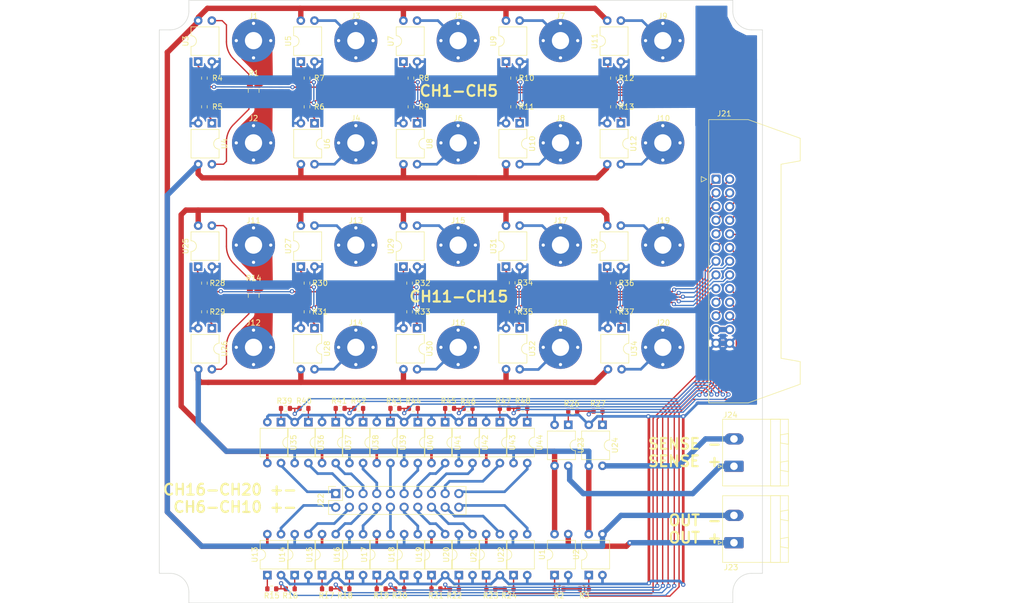
<source format=kicad_pcb>
(kicad_pcb (version 20221018) (generator pcbnew)
  (layers (0 "F.Cu" signal) (31 "B.Cu" signal) (34 "B.Paste" user) (35 "F.Paste" user) (36 "B.SilkS" user "B.Silkscreen") (37 "F.SilkS" user "F.Silkscreen") (38 "B.Mask" user) (39 "F.Mask" user) (44 "Edge.Cuts" user))
  (net 0 "")
  (net 1 "/CH1_HIGH")
  (net 2 "/CH1_LOW")
  (net 3 "/CH2_HIGH")
  (net 4 "/CH2_LOW")
  (net 5 "/CH3_HIGH")
  (net 6 "/CH3_LOW")
  (net 7 "/CH4_HIGH")
  (net 8 "/CH4_LOW")
  (net 9 "/CH5_HIGH")
  (net 10 "/CH5_LOW")
  (net 11 "/CH11_HIGH")
  (net 12 "/CH11_LOW")
  (net 13 "/CH12_HIGH")
  (net 14 "/CH12_LOW")
  (net 15 "/CH13_HIGH")
  (net 16 "/CH13_LOW")
  (net 17 "/CH14_HIGH")
  (net 18 "/CH14_LOW")
  (net 19 "/CH15_HIGH")
  (net 20 "/CH15_LOW")
  (net 21 "/CH6_HIGH")
  (net 22 "/CH16_HIGH")
  (net 23 "/CH6_LOW")
  (net 24 "/CH16_LOW")
  (net 25 "/CH7_HIGH")
  (net 26 "/CH17_HIGH")
  (net 27 "/CH7_LOW")
  (net 28 "/CH17_LOW")
  (net 29 "/CH8_HIGH")
  (net 30 "/CH18_HIGH")
  (net 31 "/CH8_LOW")
  (net 32 "/CH18_LOW")
  (net 33 "/CH9_HIGH")
  (net 34 "/CH19_HIGH")
  (net 35 "/CH9_LOW")
  (net 36 "/CH19_LOW")
  (net 37 "/CH10_HIGH")
  (net 38 "/CH20_HIGH")
  (net 39 "/CH10_LOW")
  (net 40 "/CH20_LOW")
  (net 41 "/CH10")
  (net 42 "/CH9")
  (net 43 "/CH8")
  (net 44 "/CH7")
  (net 45 "/CH6")
  (net 46 "/CH5")
  (net 47 "/CH4")
  (net 48 "/CH3")
  (net 49 "/CH2")
  (net 50 "/CH1")
  (net 51 "/Bus2_input_enable")
  (net 52 "/Bus2_sense_enable")
  (net 53 "/CH11")
  (net 54 "/CH12")
  (net 55 "/CH13")
  (net 56 "/CH14")
  (net 57 "/CH15")
  (net 58 "/CH16")
  (net 59 "/CH17")
  (net 60 "/CH18")
  (net 61 "/CH19")
  (net 62 "/CH20")
  (net 63 "+3.3V")
  (net 64 "GND")
  (net 65 "Net-(R2-Pad1)")
  (net 66 "Net-(R3-Pad1)")
  (net 67 "Net-(R4-Pad1)")
  (net 68 "Net-(R5-Pad1)")
  (net 69 "Net-(R6-Pad1)")
  (net 70 "Net-(R7-Pad1)")
  (net 71 "Net-(R8-Pad1)")
  (net 72 "Net-(R9-Pad1)")
  (net 73 "Net-(R10-Pad1)")
  (net 74 "Net-(R11-Pad1)")
  (net 75 "Net-(R12-Pad1)")
  (net 76 "Net-(R13-Pad1)")
  (net 77 "Net-(R15-Pad1)")
  (net 78 "Net-(R16-Pad1)")
  (net 79 "Net-(R17-Pad1)")
  (net 80 "Net-(R18-Pad1)")
  (net 81 "Net-(R19-Pad1)")
  (net 82 "Net-(R20-Pad1)")
  (net 83 "Net-(R21-Pad1)")
  (net 84 "Net-(R22-Pad1)")
  (net 85 "Net-(R23-Pad1)")
  (net 86 "Net-(R24-Pad1)")
  (net 87 "Net-(R26-Pad1)")
  (net 88 "Net-(R27-Pad1)")
  (net 89 "Net-(R28-Pad1)")
  (net 90 "Net-(R29-Pad1)")
  (net 91 "Net-(R30-Pad1)")
  (net 92 "Net-(R31-Pad1)")
  (net 93 "Net-(R32-Pad1)")
  (net 94 "Net-(R33-Pad1)")
  (net 95 "Net-(R34-Pad1)")
  (net 96 "Net-(R35-Pad1)")
  (net 97 "Net-(R36-Pad1)")
  (net 98 "Net-(R37-Pad1)")
  (net 99 "Net-(R39-Pad1)")
  (net 100 "Net-(R40-Pad1)")
  (net 101 "Net-(R41-Pad1)")
  (net 102 "Net-(R42-Pad1)")
  (net 103 "Net-(R43-Pad1)")
  (net 104 "Net-(R44-Pad1)")
  (net 105 "Net-(R45-Pad1)")
  (net 106 "Net-(R46-Pad1)")
  (net 107 "Net-(R47-Pad1)")
  (net 108 "Net-(R48-Pad1)")
  (net 109 "/Out_HIGH")
  (net 110 "/Bus_HIGH")
  (net 111 "/Out_LOW")
  (net 112 "/Bus_LOW")
  (net 113 "/Sense_HIGH")
  (net 114 "/Sense_LOW")
  (net 115 "Net-(R1-Pad2)")
  (net 116 "Net-(R1-Pad3)")
  (net 117 "Net-(R14-Pad2)")
  (net 118 "Net-(R14-Pad3)")
  (footprint "project_specific_libs:CT2908-0" (layer "F.Cu") (at 133 57)
    (fp_text reference "J10")
    (fp_text value "Banana socket")
  )
  (footprint "Package_DIP:DIP-4_W7.62mm" (layer "F.Cu") (at 46.725 41.9 90)
    (fp_text reference "U3")
    (fp_text value "TLP3558A")
  )
  (footprint "project_specific_libs:CT2908-1" (layer "F.Cu") (at 133 38)
    (fp_text reference "J9")
    (fp_text value "Banana socket")
  )
  (footprint "Connector_Phoenix_MSTB:PhoenixContact_MSTBA_2,5_2-G-5,08_1x02_P5.08mm_Horizontal" (layer "F.Cu") (at 146.2125 131.31 90)
    (fp_text reference "J23")
    (fp_text value "Conn_01x02_Pin")
  )
  (footprint "Resistor_SMD:R_0603_1608Metric" (layer "F.Cu") (at 47.882 88.398 90)
    (fp_text reference "R29")
    (fp_text value "330R")
  )
  (footprint "Package_DIP:DIP-4_W7.62mm" (layer "F.Cu") (at 112.901 137.33 90)
    (fp_text reference "U1")
    (fp_text value "TLP3558A")
  )
  (footprint "Package_DIP:DIP-4_W7.62mm" (layer "F.Cu") (at 87.381 53.35 -90)
    (fp_text reference "U8")
    (fp_text value "TLP3558A")
  )
  (footprint "project_specific_libs:CT2908-0" (layer "F.Cu") (at 57 95)
    (fp_text reference "J12")
    (fp_text value "Banana socket")
  )
  (footprint "Resistor_SMD:R_0603_1608Metric" (layer "F.Cu") (at 103.571 106.352)
    (fp_text reference "R47")
    (fp_text value "330R")
  )
  (footprint "Connector_Phoenix_MSTB:PhoenixContact_MSTBA_2,5_2-G-5,08_1x02_P5.08mm_Horizontal" (layer "F.Cu") (at 146.2125 117.1 90)
    (fp_text reference "J24")
    (fp_text value "Conn_01x02_Pin")
  )
  (footprint "project_specific_libs:CT2908-1" (layer "F.Cu") (at 76 76)
    (fp_text reference "J13")
    (fp_text value "Banana socket")
  )
  (footprint "Resistor_SMD:R_0603_1608Metric" (layer "F.Cu") (at 73.981 139.88 180)
    (fp_text reference "R18")
    (fp_text value "330R")
  )
  (footprint "Package_DIP:DIP-4_W7.62mm" (layer "F.Cu") (at 105.286 137.34 90)
    (fp_text reference "U22")
    (fp_text value "TLP3558A")
  )
  (footprint "project_specific_libs:CT2908-1" (layer "F.Cu") (at 114 38)
    (fp_text reference "J7")
    (fp_text value "Banana socket")
  )
  (footprint "Resistor_SMD:R_0603_1608Metric" (layer "F.Cu") (at 90.871 139.88)
    (fp_text reference "R21")
    (fp_text value "330R")
  )
  (footprint "Resistor_SMD:R_0603_1608Metric" (layer "F.Cu") (at 76.521 106.352 180)
    (fp_text reference "R42")
    (fp_text value "330R")
  )
  (footprint "Resistor_SMD:R_0603_1608Metric" (layer "F.Cu") (at 113.731 139.88)
    (fp_text reference "R2")
    (fp_text value "330R")
  )
  (footprint "Resistor_SMD:R_0603_1608Metric" (layer "F.Cu") (at 123.828 44.964 -90)
    (fp_text reference "R12")
    (fp_text value "330R")
  )
  (footprint "Package_DIP:DIP-4_W7.62mm" (layer "F.Cu") (at 62.106 108.892 -90)
    (fp_text reference "U35")
    (fp_text value "TLP3558A")
  )
  (footprint "Package_DIP:DIP-4_W7.62mm" (layer "F.Cu") (at 84.831 80 90)
    (fp_text reference "U29")
    (fp_text value "TLP3558A")
  )
  (footprint "Package_DIP:DIP-4_W7.62mm" (layer "F.Cu") (at 103.881 41.9 90)
    (fp_text reference "U9")
    (fp_text value "TLP3558A")
  )
  (footprint "Package_DIP:DIP-4_W7.62mm" (layer "F.Cu") (at 97.666 108.892 -90)
    (fp_text reference "U42")
    (fp_text value "TLP3558A")
  )
  (footprint "Resistor_SMD:R_0603_1608Metric" (layer "F.Cu") (at 123.828 83.064 -90)
    (fp_text reference "R36")
    (fp_text value "330R")
  )
  (footprint "Package_DIP:DIP-4_W7.62mm" (layer "F.Cu") (at 103.881 80 90)
    (fp_text reference "U31")
    (fp_text value "TLP3558A")
  )
  (footprint "Resistor_SMD:R_0603_1608Metric" (layer "F.Cu") (at 105.032 83.001 -90)
    (fp_text reference "R34")
    (fp_text value "330R")
  )
  (footprint "Package_DIP:DIP-4_W7.62mm" (layer "F.Cu") (at 79.886 137.34 90)
    (fp_text reference "U17")
    (fp_text value "TLP3558A")
  )
  (footprint "Package_DIP:DIP-4_W7.62mm" (layer "F.Cu") (at 107.826 108.892 -90)
    (fp_text reference "U44")
    (fp_text value "TLP3558A")
  )
  (footprint "Resistor_SMD:R_0603_1608Metric" (layer "F.Cu") (at 66.932 83.064 -90)
    (fp_text reference "R30")
    (fp_text value "330R")
  )
  (footprint "Package_DIP:DIP-4_W7.62mm" (layer "F.Cu") (at 77.346 108.892 -90)
    (fp_text reference "U38")
    (fp_text value "TLP3558A")
  )
  (footprint "Resistor_SMD:R_0603_1608Metric" (layer "F.Cu") (at 47.882 83.064 -90)
    (fp_text reference "R28")
    (fp_text value "330R")
  )
  (footprint "Resistor_SMD:R_0603_1608Metric" (layer "F.Cu") (at 86.236 44.964 -90)
    (fp_text reference "R8")
    (fp_text value "330R")
  )
  (footprint "project_specific_libs:CT2908-1" (layer "F.Cu") (at 57 38)
    (fp_text reference "J1")
    (fp_text value "Banana socket")
  )
  (footprint "project_specific_libs:CT2908-0" (layer "F.Cu") (at 95 57)
    (fp_text reference "J6")
    (fp_text value "Banana socket")
  )
  (footprint "Package_DIP:DIP-4_W7.62mm" (layer "F.Cu") (at 92.586 108.892 -90)
    (fp_text reference "U41")
    (fp_text value "TLP3558A")
  )
  (footprint "Package_DIP:DIP-4_W7.62mm" (layer "F.Cu") (at 102.746 108.892 -90)
    (fp_text reference "U43")
    (fp_text value "TLP3558A")
  )
  (footprint "Package_DIP:DIP-4_W7.62mm" (layer "F.Cu") (at 87.506 108.892 -90)
    (fp_text reference "U40")
    (fp_text value "TLP3558A")
  )
  (footprint "Resistor_SMD:R_0603_1608Metric" (layer "F.Cu") (at 66.361 106.352 180)
    (fp_text reference "R40")
    (fp_text value "330R")
  )
  (footprint "project_specific_libs:CT2908-1" (layer "F.Cu") (at 57 76)
    (fp_text reference "J11")
    (fp_text value "Banana socket")
  )
  (footprint "Package_DIP:DIP-4_W7.62mm" (layer "F.Cu") (at 68.331 53.35 -90)
    (fp_text reference "U6")
    (fp_text value "TLP3558A")
  )
  (footprint "project_specific_libs:CT2908-0" (layer "F.Cu") (at 114 95)
    (fp_text reference "J18")
    (fp_text value "Banana socket")
  )
  (footprint "Package_DIP:DIP-4_W7.62mm" (layer "F.Cu") (at 122.677 41.9 90)
    (fp_text reference "U11")
    (fp_text value "TLP3558A")
  )
  (footprint "Resistor_SMD:R_0603_1608Metric" (layer "F.Cu") (at 118.431 139.88 180)
    (fp_text reference "R3")
    (fp_text value "330R")
  )
  (footprint "Package_DIP:DIP-4_W7.62mm" (layer "F.Cu") (at 84.831 41.9 90)
    (fp_text reference "U7")
    (fp_text value "TLP3558A")
  )
  (footprint "Resistor_SMD:R_0603_1608Metric" (layer "F.Cu") (at 105.032 88.398 90)
    (fp_text reference "R35")
    (fp_text value "330R")
  )
  (footprint "Package_DIP:DIP-4_W7.62mm" (layer "F.Cu") (at 65.781 80 90)
    (fp_text reference "U27")
    (fp_text value "TLP3558A")
  )
  (footprint "Package_DIP:DIP-4_W7.62mm" (layer "F.Cu") (at 84.966 137.34 90)
    (fp_text reference "U18")
    (fp_text value "TLP3558A")
  )
  (footprint "Resistor_SMD:R_0603_1608Metric" (layer "F.Cu") (at 86.681 106.352 180)
    (fp_text reference "R44")
    (fp_text value "330R")
  )
  (footprint "project_specific_libs:CT2908-1" (layer "F.Cu") (at 95 76)
    (fp_text reference "J15")
    (fp_text value "Banana socket")
  )
  (footprint "mylib:R_Shunt_Ohmite_LVK12_ALT2" (layer "F.Cu") (at 57.026 47.25)
    (fp_text reference "R1")
    (fp_text value "0.05")
  )
  (footprint "Package_DIP:DIP-4_W7.62mm" (layer "F.Cu") (at 46.725 80 90)
    (fp_text reference "U25")
    (fp_text value "TLP3558A")
  )
  (footprint "Resistor_SMD:R_0603_1608Metric" (layer "F.Cu") (at 104.461 139.88 180)
    (fp_text reference "R24")
    (fp_text value "330R")
  )
  (footprint "Package_DIP:DIP-4_W7.62mm" (layer "F.Cu") (at 49.275 91.45 -90)
    (fp_text reference "U26")
    (fp_text value "TLP3558A")
  )
  (footprint "Package_DIP:DIP-4_W7.62mm" (layer "F.Cu") (at 125.227 53.35 -90)
    (fp_text reference "U12")
    (fp_text value "TLP3558A")
  )
  (footprint "project_specific_libs:CT2908-0" (layer "F.Cu") (at 57 57)
    (fp_text reference "J2")
    (fp_text value "Banana socket")
  )
  (footprint "Connector_IDC:IDC-Header_2x13_P2.54mm_Latch_Horizontal" (layer "F.Cu") (at 142.878 63.76)
    (fp_text reference "J21")
    (fp_text value "Conn_01x26_HIGHin")
  )
  (footprint "Resistor_SMD:R_0603_1608Metric" (layer "F.Cu") (at 47.882 50.298 90)
    (fp_text reference "R5")
    (fp_text value "330R")
  )
  (footprint "Resistor_SMD:R_0603_1608Metric" (layer "F.Cu") (at 105.286 50.298 90)
    (fp_text reference "R11")
    (fp_text value "330R")
  )
  (footprint "Package_DIP:DIP-4_W7.62mm" (layer "F.Cu") (at 65.781 41.9 90)
    (fp_text reference "U5")
    (fp_text value "TLP3558A")
  )
  (footprint "Resistor_SMD:R_0603_1608Metric" (layer "F.Cu") (at 116.271 106.86)
    (fp_text reference "R26")
    (fp_text value "330R")
  )
  (footprint "Resistor_SMD:R_0603_1608Metric" (layer "F.Cu") (at 123.828 50.298 90)
    (fp_text reference "R13")
    (fp_text value "330R" hide)
  )
  (footprint "Package_DIP:DIP-4_W7.62mm" (layer "F.Cu") (at 122.677 80 90)
    (fp_text reference "U33")
    (fp_text value "TLP3558A")
  )
  (footprint "Resistor_SMD:R_0603_1608Metric" (layer "F.Cu") (at 120.971 106.86 180)
    (fp_text reference "R27")
    (fp_text value "330R")
  )
  (footprint "Package_DIP:DIP-4_W7.62mm" (layer "F.Cu") (at 68.331 91.45 -90)
    (fp_text reference "U28")
    (fp_text value "TLP3558A")
  )
  (footprint "Package_DIP:DIP-4_W7.62mm" (layer "F.Cu") (at 100.206 137.34 90)
    (fp_text reference "U21")
    (fp_text value "TLP3558A")
  )
  (footprint "Resistor_SMD:R_0603_1608Metric" (layer "F.Cu") (at 84.141 139.88 180)
    (fp_text reference "R20")
    (fp_text value "330R")
  )
  (footprint "Package_DIP:DIP-4_W7.62mm" (layer "F.Cu") (at 106.431 53.35 -90)
    (fp_text reference "U10")
    (fp_text value "TLP3558A")
  )
  (footprint "Package_DIP:DIP-4_W7.62mm" (layer "F.Cu") (at 59.566 137.34 90)
    (fp_text reference "U13")
    (fp_text value "TLP3558A")
  )
  (footprint "mylib:R_Shunt_Ohmite_LVK12_ALT2" (layer "F.Cu") (at 57.026 85.35)
    (fp_text reference "R14")
    (fp_text value "0.05")
  )
  (footprint "Resistor_SMD:R_0603_1608Metric" (layer "F.Cu") (at 86.236 50.298 90)
    (fp_text reference "R9")
    (fp_text value "330R")
  )
  (footprint "Resistor_SMD:R_0603_1608Metric" (layer "F.Cu") (at 94.301 139.88 180)
    (fp_text reference "R22")
    (fp_text value "330R")
  )
  (footprint "Resistor_SMD:R_0603_1608Metric" (layer "F.Cu") (at 93.411 106.352)
    (fp_text reference "R45")
    (fp_text value "330R")
  )
  (footprint "Resistor_SMD:R_0603_1608Metric" (layer "F.Cu") (at 83.251 106.352)
    (fp_text reference "R43")
    (fp_text value "330R")
  )
  (footprint "Package_DIP:DIP-4_W7.62mm" (layer "F.Cu") (at 82.426 108.892 -90)
    (fp_text reference "U39")
    (fp_text value "TLP3558A")
  )
  (footprint "Package_DIP:DIP-4_W7.62mm" (layer "F.Cu") (at 74.806 137.34 90)
    (fp_text reference "U16")
    (fp_text value "TLP3558A")
  )
  (footprint "Resistor_SMD:R_0603_1608Metric" (layer "F.Cu") (at 80.711 139.88)
    (fp_text reference "R19")
    (fp_text value "330R")
  )
  (footprint "Package_DIP:DIP-4_W7.62mm" (layer "F.Cu") (at 125.354 91.45 -90)
    (fp_text reference "U34")
    (fp_text value "TLP3558A")
  )
  (footprint "Package_DIP:DIP-4_W7.62mm" (layer "F.Cu") (at 49.275 53.35 -90)
    (fp_text reference "U4")
    (fp_text value "TLP3558A")
  )
  (footprint "Resistor_SMD:R_0603_1608Metric" (layer "F.Cu") (at 62.931 106.352)
    (fp_text reference "R39")
    (fp_text value "330R")
  )
  (footprint "project_specific_libs:CT2908-1" (layer "F.Cu") (at 76 38)
    (fp_text reference "J3")
    (fp_text value "Banana socket")
  )
  (footprint "Resistor_SMD:R_0603_1608Metric" (layer "F.Cu") (at 85.982 83.064 -90)
    (fp_text reference "R32")
    (fp_text value "330R")
  )
  (footprint "Package_DIP:DIP-4_W7.62mm" (layer "F.Cu") (at 67.186 108.892 -90)
    (fp_text reference "U36")
    (fp_text value "TLP3558A")
  )
  (footprint "Resistor_SMD:R_0603_1608Metric" (layer "F.Cu") (at 66.932 50.298 90)
    (fp_text reference "R7")
    (fp_text value "330R")
  )
  (footprint "Resistor_SMD:R_0603_1608Metric" (layer "F.Cu") (at 123.828 88.398 90)
    (fp_text reference "R37")
    (fp_text value "330R")
  )
  (footprint "Package_DIP:DIP-4_W7.62mm" (layer "F.Cu") (at 121.796 109.4 -90)
    (fp_text reference "U24")
    (fp_text value "TLP3558A")
  )
  (footprint "Resistor_SMD:R_0603_1608Metric" (layer "F.Cu") (at 66.932 44.964 -90)
    (fp_text reference "R6")
    (fp_text value "330R")
  )
  (footprint "project_specific_libs:CT2908-1" (layer "F.Cu") (at 95 38)
    (fp_text reference "J5")
    (fp_text value "Banana socket")
  )
  (footprint "Package_DIP:DIP-4_W7.62mm" (layer "F.Cu") (at 106.431 91.45 -90)
    (fp_text reference "U32")
    (fp_text value "TLP3558A")
  )
  (footprint "project_specific_libs:CT2908-1" (layer "F.Cu") (at 114 76)
    (fp_text reference "J17")
    (fp_text value "Banana socket")
  )
  (footprint "project_specific_libs:CT2908-0" (layer "F.Cu") (at 133 95)
    (fp_text reference "J20")
    (fp_text value "Banana socket")
  )
  (footprint "Package_DIP:DIP-4_W7.62mm" (layer "F.Cu") (at 90.046 137.34 90)
    (fp_text reference "U19")
    (fp_text value "TLP3558A")
  )
  (footprint "Resistor_SMD:R_0603_1608Metric" (layer "F.Cu") (at 70.551 139.88)
    (fp_text reference "R17")
    (fp_text value "330R")
  )
  (footprint "project_specific_libs:CT2908-1" (layer "F.Cu") (at 133 76)
    (fp_text reference "J19")
    (fp_text value "Banana socket")
  )
  (footprint "Resistor_SMD:R_0603_1608Metric" (layer "F.Cu") (at 85.982 88.398 90)
    (fp_text reference "R33")
    (fp_text value "330R")
  )
  (footprint "project_specific_libs:CT2908-0" (layer "F.Cu") (at 114 57)
    (fp_text reference "J8")
    (fp_text value "Banana socket")
  )
  (footprint "Resistor_SMD:R_0603_1608Metric" (layer "F.Cu") (at 60.391 139.88)
    (fp_text reference "R15")
    (fp_text value "330R")
  )
  (footprint "Resistor_SMD:R_0603_1608Metric" (layer "F.Cu") (at 107.001 106.352 180)
    (fp_text reference "R48")
    (fp_text value "330R")
  )
  (footprint "Resistor_SMD:R_0603_1608Metric" (layer "F.Cu") (at 66.932 88.398 90)
    (fp_text reference "R31")
    (fp_text value "330R")
  )
  (footprint "Resistor_SMD:R_0603_1608Metric" (layer "F.Cu") (at 105.286 44.964 -90)
    (fp_text reference "R10")
    (fp_text value "330R")
  )
  (footprint "project_specific_libs:CT2908-0" (layer "F.Cu") (at 76 95)
    (fp_text reference "J14")
    (fp_text value "Banana socket")
  )
  (footprint "Resistor_SMD:R_0603_1608Metric" (layer "F.Cu") (at 96.841 106.352 180)
    (fp_text reference "R46")
    (fp_text value "330R")
  )
  (footprint "Package_DIP:DIP-4_W7.62mm" (layer "F.Cu") (at 64.646 137.34 90)
    (fp_text reference "U14")
    (fp_text value "TLP3558A")
  )
  (footprint "Package_DIP:DIP-4_W7.62mm" (layer "F.Cu") (at 119.251 137.33 90)
    (fp_text reference "U2")
    (fp_text value "TLP3558A")
  )
  (footprint "Package_DIP:DIP-4_W7.62mm" (layer "F.Cu") (at 69.726 137.34 90)
    (fp_text reference "U15")
    (fp_text value "TLP3558A")
  )
  (footprint "project_specific_libs:CT2908-0" (layer "F.Cu") (at 76 57)
    (fp_text reference "J4")
    (fp_text value "Banana socket")
  )
  (footprint "Connector_PinSocket_2.54mm:PinSocket_2x10_P2.54mm_Vertical" (layer "F.Cu") (at 72.266 122.18 90)
    (fp_text reference "J22")
    (fp_text value "Conn_02x10_Odd_Even")
  )
  (footprint "Package_DIP:DIP-4_W7.62mm" (layer "F.Cu") (at 72.266 108.892 -90)
    (fp_text reference "U37")
    (fp_text value "TLP3558A")
  )
  (footprint "Resistor_SMD:R_0603_1608Metric" (layer "F.Cu") (at 63.821 139.88 180)
    (fp_text reference "R16")
    (fp_text value "330R")
  )
  (footprint "Package_DIP:DIP-4_W7.62mm" (layer "F.Cu") (at 95.126 137.34 90)
    (fp_text reference "U20")
    (fp_text value "TLP3558A")
  )
  (footprint "Package_DIP:DIP-4_W7.62mm" (layer "F.Cu") (at 115.446 109.4 -90)
    (fp_text reference "U23")
    (fp_text value "TLP3558A")
  )
  (footprint "Resistor_SMD:R_0603_1608Metric" (layer "F.Cu") (at 101.061 139.88)
    (fp_text reference "R23")
    (fp_text value "330R")
  )
  (footprint "project_specific_libs:CT2908-0" (layer "F.Cu") (at 95 95)
    (fp_text reference "J16")
    (fp_text value "Banana socket")
  )
  (footprint "Resistor_SMD:R_0603_1608Metric" (layer "F.Cu") (at 47.882 44.964 -90)
    (fp_text reference "R4")
    (fp_text value "330R")
  )
  (footprint "Package_DIP:DIP-4_W7.62mm" (layer "F.Cu") (at 87.381 91.45 -90)
    (fp_text reference "U30")
    (fp_text value "TLP3558A")
  )
  (footprint "Resistor_SMD:R_0603_1608Metric" (layer "F.Cu") (at 73.091 106.352)
    (fp_text reference "R41")
    (fp_text value "330R")
  )
  (gr_line (start 45 142.5) (end 45 140.5) (stroke (width 0.1)) (layer "Edge.Cuts"))
  (gr_line (start 146 30.5) (end 45 30.5) (stroke (width 0.1)) (layer "Edge.Cuts"))
  (gr_line (start 39.5 36) (end 41.5 36) (stroke (width 0.1)) (layer "Edge.Cuts"))
  (gr_arc (start 45 32.5) (mid 43.974874 34.974874) (end 41.5 36) (stroke (width 0.1)) (layer "Edge.Cuts"))
  (gr_line (start 151.5 36) (end 149.5 36) (stroke (width 0.1)) (layer "Edge.Cuts"))
  (gr_line (start 151.5 137) (end 151.5 36) (stroke (width 0.1)) (layer "Edge.Cuts"))
  (gr_line (start 151.5 137) (end 149.5 137) (stroke (width 0.1)) (layer "Edge.Cuts"))
  (gr_arc (start 146 140.5) (mid 147.025126 138.025126) (end 149.5 137) (stroke (width 0.1)) (layer "Edge.Cuts"))
  (gr_line (start 146 30.5) (end 146 32.5) (stroke (width 0.1)) (layer "Edge.Cuts"))
  (gr_arc (start 41.5 137) (mid 43.974874 138.025126) (end 45 140.5) (stroke (width 0.1)) (layer "Edge.Cuts"))
  (gr_line (start 39.5 36) (end 39.5 137) (stroke (width 0.1)) (layer "Edge.Cuts"))
  (gr_arc (start 149.5 36) (mid 147.025126 34.974874) (end 146 32.5) (stroke (width 0.1)) (layer "Edge.Cuts"))
  (gr_line (start 39.5 137) (end 41.5 137) (stroke (width 0.1)) (layer "Edge.Cuts"))
  (gr_line (start 146 142.5) (end 146 140.5) (stroke (width 0.1)) (layer "Edge.Cuts"))
  (gr_line (start 45 30.5) (end 45 32.5) (stroke (width 0.1)) (layer "Edge.Cuts"))
  (gr_line (start 45 142.5) (end 146 142.5) (stroke (width 0.1)) (layer "Edge.Cuts"))
  (gr_text "CH1-CH5" (at 95.126 48.52) (layer "F.SilkS") (effects (font (size 2 2) (thickness 0.4) bold) (justify bottom)))
  (gr_text "SENSE -\nSENSE +" (at 144.1025 114.56) (layer "F.SilkS") (effects (font (size 2 2) (thickness 0.4) bold) (justify right)))
  (gr_text "CH16-CH20 +-\nCH6-CH10 +-" (at 65.281 123.069) (layer "F.SilkS") (effects (font (size 2 2) (thickness 0.4) bold) (justify right)))
  (gr_text "OUT -\nOUT +" (at 144.1025 128.77) (layer "F.SilkS") (effects (font (size 2 2) (thickness 0.4) bold) (justify right)))
  (gr_text "CH11-CH15" (at 95.126 86.747) (layer "F.SilkS") (effects (font (size 2 2) (thickness 0.4) bold) (justify bottom)))
  (segment (start 72.1992 34.28) (end 76.076 38.1568) (width 0.5) (layer "B.Cu") (net 3))
  (segment (start 68.321 34.28) (end 72.1992 34.28) (width 0.5) (layer "B.Cu") (net 3))
  (segment (start 76 57) (end 72.034 60.966) (width 0.5) (layer "B.Cu") (net 4))
  (segment (start 72.034 60.966) (end 68.3036 60.966) (width 0.5) (layer "B.Cu") (net 4))
  (segment (start 87.371 34.28) (end 91.2492 34.28) (width 0.5) (layer "B.Cu") (net 5))
  (segment (start 91.2492 34.28) (end 95.126 38.1568) (width 0.5) (layer "B.Cu") (net 5))
  (segment (start 91.034 60.966) (end 87.3536 60.966) (width 0.5) (layer "B.Cu") (net 6))
  (segment (start 95 57) (end 91.034 60.966) (width 0.5) (layer "B.Cu") (net 6))
  (segment (start 106.421 34.28) (end 110.7056 34.28) (width 0.5) (layer "B.Cu") (net 7))
  (segment (start 110.7056 34.28) (end 114.2268 37.8012) (width 0.5) (layer "B.Cu") (net 7))
  (segment (start 114 57) (end 110.034 60.966) (width 0.5) (layer "B.Cu") (net 8))
  (segment (start 110.034 60.966) (end 106.4036 60.966) (width 0.5) (layer "B.Cu") (net 8))
  (segment (start 129.146 34.28) (end 133.0228 38.1568) (width 0.5) (layer "B.Cu") (net 9))
  (segment (start 125.217 34.28) (end 129.146 34.28) (width 0.5) (layer "B.Cu") (net 9))
  (segment (start 129.034 60.966) (end 125.2504 60.966) (width 0.5) (layer "B.Cu") (net 10))
  (segment (start 133 57) (end 129.034 60.966) (width 0.5) (layer "B.Cu") (net 10))
  (segment (start 68.321 72.38) (end 72.4532 72.38) (width 0.5) (layer "B.Cu") (net 13))
  (segment (start 72.4532 72.38) (end 76.1776 76.1044) (width 0.5) (layer "B.Cu") (net 13))
  (segment (start 71.934 99.066) (end 68.4052 99.066) (width 0.5) (layer "B.Cu") (net 14))
  (segment (start 76 95) (end 71.934 99.066) (width 0.5) (layer "B.Cu") (net 14))
  (segment (start 91.4524 72.38) (end 95.0752 76.0028) (width 0.5) (layer "B.Cu") (net 15))
  (segment (start 87.371 72.38) (end 91.4524 72.38) (width 0.5) (layer "B.Cu") (net 15))
  (segment (start 90.934 99.066) (end 87.4044 99.066) (width 0.5) (layer "B.Cu") (net 16))
  (segment (start 95 95) (end 90.934 99.066) (width 0.5) (layer "B.Cu") (net 16))
  (segment (start 110.604 72.38) (end 114.176 75.952) (width 0.5) (layer "B.Cu") (net 17))
  (segment (start 106.421 72.38) (end 110.604 72.38) (width 0.5) (layer "B.Cu") (net 17))
  (segment (start 114 95) (end 109.8832 99.1168) (width 0.5) (layer "B.Cu") (net 18))
  (segment (start 109.8832 99.1168) (end 106.4036 99.1168) (width 0.5) (layer "B.Cu") (net 18))
  (segment (start 129.4508 72.38) (end 133.0736 76.0028) (width 0.5) (layer "B.Cu") (net 19))
  (segment (start 125.217 72.38) (end 129.4508 72.38) (width 0.5) (layer "B.Cu") (net 19))
  (segment (start 128.934 99.066) (end 125.3012 99.066) (width 0.5) (layer "B.Cu") (net 20))
  (segment (start 133 95) (end 128.934 99.066) (width 0.5) (layer "B.Cu") (net 20))
  (segment (start 62.106 129.72) (end 62.106 128.58863) (width 0.5) (layer "B.Cu") (net 21))
  (segment (start 62.106 128.58863) (end 66.30863 124.386) (width 0.5) (layer "B.Cu") (net 21))
  (segment (start 66.30863 124.386) (end 72.52 124.386) (width 0.5) (layer "B.Cu") (net 21))
  (segment (start 66.992 121.846) (end 62.0448 116.8988) (width 0.5) (layer "B.Cu") (net 22))
  (segment (start 72.266 121.846) (end 66.992 121.846) (width 0.5) (layer "B.Cu") (net 22))
  (segment (start 74.806 124.934514) (end 71.991314 127.7492) (width 0.5) (layer "B.Cu") (net 23))
  (segment (start 71.991314 127.7492) (end 68.9028 127.7492) (width 0.5) (layer "B.Cu") (net 23))
  (segment (start 68.9028 127.7492) (end 67.1756 129.4764) (width 0.5) (layer "B.Cu") (net 23))
  (segment (start 68.918283 118.462) (end 67.1756 116.719317) (width 0.5) (layer "B.Cu") (net 24))
  (segment (start 71.639717 118.462) (end 68.918283 118.462) (width 0.5) (layer "B.Cu") (net 24))
  (segment (start 74.806 121.628283) (end 71.639717 118.462) (width 0.5) (layer "B.Cu") (net 24))
  (segment (start 77.346 124.386) (end 77.346 125.51737) (width 0.5) (layer "B.Cu") (net 25))
  (segment (start 73.9828 127.7492) (end 72.2048 129.5272) (width 0.5) (layer "B.Cu") (net 25))
  (segment (start 77.346 125.51737) (end 75.11417 127.7492) (width 0.5) (layer "B.Cu") (net 25))
  (segment (start 75.11417 127.7492) (end 73.9828 127.7492) (width 0.5) (layer "B.Cu") (net 25))
  (segment (start 73.9828 118.5036) (end 72.3064 116.8272) (width 0.5) (layer "B.Cu") (net 26))
  (segment (start 75.13497 118.5036) (end 73.9828 118.5036) (width 0.5) (layer "B.Cu") (net 26))
  (segment (start 77.346 121.846) (end 77.346 120.71463) (width 0.5) (layer "B.Cu") (net 26))
  (segment (start 77.346 120.71463) (end 75.13497 118.5036) (width 0.5) (layer "B.Cu") (net 26))
  (segment (start 79.886 124.386) (end 79.886 125.588081) (width 0.5) (layer "B.Cu") (net 27))
  (segment (start 77.346 128.128081) (end 77.346 129.72) (width 0.5) (layer "B.Cu") (net 27))
  (segment (start 79.886 125.588081) (end 77.346 128.128081) (width 0.5) (layer "B.Cu") (net 27))
  (segment (start 77.346 117.64337) (end 79.886 120.18337) (width 0.5) (layer "B.Cu") (net 28))
  (segment (start 79.886 120.18337) (end 79.886 121.846) (width 0.5) (layer "B.Cu") (net 28))
  (segment (start 77.346 116.512) (end 77.346 117.64337) (width 0.5) (layer "B.Cu") (net 28))
  (segment (start 82.426 129.72) (end 82.426 124.64) (width 0.5) (layer "B.Cu") (net 29))
  (segment (start 82.426 116.512) (end 82.426 122.1) (width 0.5) (layer "B.Cu") (net 30))
  (segment (start 87.506 128.196) (end 87.506 129.72) (width 0.5) (layer "B.Cu") (net 31))
  (segment (start 84.966 124.386) (end 84.966 125.656) (width 0.5) (layer "B.Cu") (net 31))
  (segment (start 84.966 125.656) (end 87.506 128.196) (width 0.5) (layer "B.Cu") (net 31))
  (segment (start 87.506 116.512) (end 87.506 117.878994) (width 0.5) (layer "B.Cu") (net 32))
  (segment (start 84.966 120.418994) (end 84.966 121.592) (width 0.5) (layer "B.Cu") (net 32))
  (segment (start 87.506 117.878994) (end 84.966 120.418994) (width 0.5) (layer "B.Cu") (net 32))
  (segment (start 87.506 125.51737) (end 89.75863 127.77) (width 0.5) (layer "B.Cu") (net 33))
  (segment (start 90.8692 127.77) (end 92.5756 129.4764) (width 0.5) (layer "B.Cu") (net 33))
  (segment (start 89.75863 127.77) (end 90.8692 127.77) (width 0.5) (layer "B.Cu") (net 33))
  (segment (start 87.506 124.386) (end 87.506 125.51737) (width 0.5) (layer "B.Cu") (net 33))
  (segment (start 89.75863 118.462) (end 90.853717 118.462) (width 0.5) (layer "B.Cu") (net 34))
  (segment (start 87.506 120.71463) (end 89.75863 118.462) (width 0.5) (layer "B.Cu") (net 34))
  (segment (start 90.853717 118.462) (end 92.6264 116.689317) (width 0.5) (layer "B.Cu") (net 34))
  (segment (start 87.506 121.846) (end 87.506 120.71463) (width 0.5) (layer "B.Cu") (net 34))
  (segment (start 93.212283 127.77) (end 95.9492 127.77) (width 0.5) (layer "B.Cu") (net 35))
  (segment (start 95.9492 127.77) (end 97.7064 129.5272) (width 0.5) (layer "B.Cu") (net 35))
  (segment (start 90.046 124.603717) (end 93.212283 127.77) (width 0.5) (layer "B.Cu") (net 35))
  (segment (start 96.81337 118.496) (end 92.824732 118.496) (width 0.5) (layer "B.Cu") (net 36))
  (segment (start 92.824732 118.496) (end 89.9848 121.335932) (width 0.5) (layer "B.Cu") (net 36))
  (segment (start 97.666 116.512) (end 97.666 117.64337) (width 0.5) (layer "B.Cu") (net 36))
  (segment (start 97.666 117.64337) (end 96.81337 118.496) (width 0.5) (layer "B.Cu") (net 36))
  (segment (start 94.352283 126.37) (end 99.6292 126.37) (width 0.5) (layer "B.Cu") (net 37))
  (segment (start 92.586 124.603717) (end 94.352283 126.37) (width 0.5) (layer "B.Cu") (net 37))
  (segment (start 99.6292 126.37) (end 102.7864 129.5272) (width 0.5) (layer "B.Cu") (net 37))
  (segment (start 92.586 121.846) (end 92.586 120.71463) (width 0.5) (layer "B.Cu") (net 38))
  (segment (start 93.40463 119.896) (end 99.579717 119.896) (width 0.5) (layer "B.Cu") (net 38))
  (segment (start 99.579717 119.896) (end 102.7356 116.740117) (width 0.5) (layer "B.Cu") (net 38))
  (segment (start 92.586 120.71463) (end 93.40463 119.896) (width 0.5) (layer "B.Cu") (net 38))
  (segment (start 103.62337 124.386) (end 95.126 124.386) (width 0.5) (layer "B.Cu") (net 39))
  (segment (start 107.826 129.72) (end 107.826 128.58863) (width 0.5) (layer "B.Cu") (net 39))
  (segment (start 107.826 128.58863) (end 103.62337 124.386) (width 0.5) (layer "B.Cu") (net 39))
  (segment (start 107.826 116.512) (end 107.826 117.64337) (width 0.5) (layer "B.Cu") (net 40))
  (segment (start 107.826 117.64337) (end 103.62337 121.846) (width 0.5) (layer "B.Cu") (net 40))
  (segment (start 103.62337 121.846) (end 95.126 121.846) (width 0.5) (layer "B.Cu") (net 40))
  (segment (start 103.127 139.88) (end 101.886 139.88) (width 0.25) (layer "F.Cu") (net 41))
  (segment (start 113.781 140.393173) (end 113.781 139.366827) (width 0.25) (layer "F.Cu") (net 41))
  (segment (start 118.044173 139.03) (end 118.481 139.466827) (width 0.25) (layer "F.Cu") (net 41))
  (segment (start 102.746 139.88) (end 102.761 139.865) (width 0.25) (layer "F.Cu") (net 41))
  (segment (start 141.025847 65.68426) (end 142.9288 63.781307) (width 0.25) (layer "F.Cu") (net 41))
  (segment (start 114.117827 139.03) (end 118.044173 139.03) (width 0.25) (layer "F.Cu") (net 41))
  (segment (start 103.636 139.88) (end 104.486 140.73) (width 0.25) (layer "F.Cu") (net 41))
  (segment (start 131.194 108.21) (end 131.194 140.468) (width 0.25) (layer "F.Cu") (net 41))
  (segment (start 113.781 139.366827) (end 114.117827 139.03) (width 0.25) (layer "F.Cu") (net 41))
  (segment (start 141.025847 66.805954) (end 141.025847 65.68426) (width 0.25) (layer "F.Cu") (net 41))
  (segment (start 118.481 140.455) (end 118.756 140.73) (width 0.25) (layer "F.Cu") (net 41))
  (segment (start 131.194 140.468) (end 130.932 140.73) (width 0.25) (layer "F.Cu") (net 41))
  (segment (start 141.025847 66.805954) (end 139.3888 68.443001) (width 0.25) (layer "F.Cu") (net 41))
  (segment (start 118.481 139.466827) (end 118.481 140.455) (width 0.25) (layer "F.Cu") (net 41))
  (segment (start 104.486 140.73) (end 113.444173 140.73) (width 0.25) (layer "F.Cu") (net 41))
  (segment (start 139.3728 100.0312) (end 131.194 108.21) (width 0.25) (layer "F.Cu") (net 41))
  (segment (start 103.508 139.88) (end 103.127 139.88) (width 0.25) (layer "F.Cu") (net 41))
  (segment (start 139.3728 68.459) (end 139.3728 100.0312) (width 0.25) (layer "F.Cu") (net 41))
  (segment (start 118.756 140.73) (end 130.932 140.73) (width 0.25) (layer "F.Cu") (net 41))
  (segment (start 102.746 139.88) (end 103.508 139.88) (width 0.25) (layer "F.Cu") (net 41))
  (segment (start 113.444173 140.73) (end 113.781 140.393173) (width 0.25) (layer "F.Cu") (net 41))
  (segment (start 145.4688 63.76) (end 144.2438 64.985) (width 0.25) (layer "F.Cu") (net 42))
  (segment (start 139.8888 100.4042) (end 131.956 108.337) (width 0.25) (layer "F.Cu") (net 42))
  (segment (start 131.956 108.337) (end 131.956 139.325) (width 0.25) (layer "F.Cu") (net 42))
  (segment (start 141.608 65.837588) (end 141.608 66.930907) (width 0.25) (layer "F.Cu") (net 42))
  (segment (start 92.586 139.88) (end 93.348 139.88) (width 0.25) (layer "F.Cu") (net 42))
  (segment (start 141.608 66.930907) (end 139.8888 68.650107) (width 0.25) (layer "F.Cu") (net 42))
  (segment (start 139.8888 68.650107) (end 139.8888 100.4042) (width 0.25) (layer "F.Cu") (net 42))
  (segment (start 144.2438 64.985) (end 142.460588 64.985) (width 0.25) (layer "F.Cu") (net 42))
  (segment (start 92.601 139.865) (end 92.601 139.103) (width 0.25) (layer "F.Cu") (net 42))
  (segment (start 92.586 139.88) (end 92.601 139.865) (width 0.25) (layer "F.Cu") (net 42))
  (segment (start 142.460588 64.985) (end 141.608 65.837588) (width 0.25) (layer "F.Cu") (net 42))
  (segment (start 93.348 139.88) (end 91.696 139.88) (width 0.25) (layer "F.Cu") (net 42))
  (via (at 131.9685 139.3265) (size 0.8) (drill 0.4) (layers "F.Cu" "B.Cu") (net 42))
  (via (at 92.601 139.103) (size 0.8) (drill 0.4) (layers "F.Cu" "B.Cu") (net 42))
  (segment (start 93.099 139.601) (end 131.694 139.601) (width 0.25) (layer "B.Cu") (net 42))
  (segment (start 92.601 139.103) (end 93.099 139.601) (width 0.25) (layer "B.Cu") (net 42))
  (segment (start 131.694 139.601) (end 131.9685 139.3265) (width 0.25) (layer "B.Cu") (net 42))
  (segment (start 142.878 66.400482) (end 140.3888 68.889682) (width 0.25) (layer "F.Cu") (net 43))
  (segment (start 132.972 108.028106) (end 132.972 139.325) (width 0.25) (layer "F.Cu") (net 43))
  (segment (start 140.3888 68.889682) (end 140.3888 100.611306) (width 0.25) (layer "F.Cu") (net 43))
  (segment (start 140.3888 100.611306) (end 132.972 108.028106) (width 0.25) (layer "F.Cu") (net 43))
  (segment (start 82.441 139.88) (end 81.536 139.88) (width 0.25) (layer "F.Cu") (net 43))
  (segment (start 83.188 139.88) (end 82.441 139.88) (width 0.25) (layer "F.Cu") (net 43))
  (segment (start 82.441 139.88) (end 82.441 139.103) (width 0.25) (layer "F.Cu") (net 43))
  (via (at 133.018001 139.324931) (size 0.8) (drill 0.4) (layers "F.Cu" "B.Cu") (net 43))
  (via (at 82.441 139.103) (size 0.8) (drill 0.4) (layers "F.Cu" "B.Cu") (net 43))
  (segment (start 82.441 139.103) (end 83.439 140.101) (width 0.25) (layer "B.Cu") (net 43))
  (segment (start 83.439 140.101) (end 132.290016 140.101) (width 0.25) (layer "B.Cu") (net 43))
  (segment (start 132.290016 140.101) (end 133.018001 139.373015) (width 0.25) (layer "B.Cu") (net 43))
  (segment (start 133.018001 139.373015) (end 133.018001 139.324931) (width 0.25) (layer "B.Cu") (net 43))
  (segment (start 72.281 139.88) (end 71.376 139.88) (width 0.25) (layer "F.Cu") (net 44))
  (segment (start 144.148 67.57) (end 142.415588 67.57) (width 0.25) (layer "F.Cu") (net 44))
  (segment (start 133.988 139.198) (end 134.115 139.325) (width 0.25) (layer "F.Cu") (net 44))
  (segment (start 140.8888 100.9282) (end 133.988 107.829) (width 0.25) (layer "F.Cu") (net 44))
  (segment (start 142.415588 67.57) (end 140.8968 69.088788) (width 0.25) (layer "F.Cu") (net 44))
  (segment (start 133.988 107.829) (end 133.988 139.198) (width 0.25) (layer "F.Cu") (net 44))
  (segment (start 145.418 66.3) (end 144.148 67.57) (width 0.25) (layer "F.Cu") (net 44))
  (segment (start 140.8888 69.104295) (end 140.8888 100.9282) (width 0.25) (layer "F.Cu") (net 44))
  (segment (start 73.028 139.88) (end 72.281 139.88) (width 0.25) (layer "F.Cu") (net 44))
  (segment (start 72.281 139.88) (end 72.281 139.103) (width 0.25) (layer "F.Cu") (net 44))
  (via (at 134.067503 139.325006) (size 0.8) (drill 0.4) (layers "F.Cu" "B.Cu") (net 44))
  (via (at 72.281 139.103) (size 0.8) (drill 0.4) (layers "F.Cu" "B.Cu") (net 44))
  (segment (start 134.067503 139.371445) (end 134.067503 139.325006) (width 0.25) (layer "B.Cu") (net 44))
  (segment (start 72.281 139.103) (end 73.779 140.601) (width 0.25) (layer "B.Cu") (net 44))
  (segment (start 73.779 140.601) (end 132.837948 140.601) (width 0.25) (layer "B.Cu") (net 44))
  (segment (start 132.837948 140.601) (end 134.067503 139.371445) (width 0.25) (layer "B.Cu") (net 44))
  (segment (start 61.216 139.88) (end 62.868 139.88) (width 0.25) (layer "F.Cu") (net 45))
  (segment (start 141.3888 69.690107) (end 141.3888 101.135306) (width 0.25) (layer "F.Cu") (net 45))
  (segment (start 141.3888 101.135306) (end 135.131 107.393106) (width 0.25) (layer "F.Cu") (net 45))
  (segment (start 135.131 107.393106) (end 135.131 139.325) (width 0.25) (layer "F.Cu") (net 45))
  (segment (start 62.121 138.849) (end 62.106 139.088) (width 0.25) (layer "F.Cu") (net 45))
  (segment (start 142.2176 68.861307) (end 141.3888 69.690107) (width 0.25) (layer "F.Cu") (net 45))
  (segment (start 62.106 139.088) (end 62.106 139.88) (width 0.25) (layer "F.Cu") (net 45))
  (via (at 135.117005 139.324998) (size 0.8) (drill 0.4) (layers "F.Cu" "B.Cu") (net 45))
  (via (at 62.121 138.849) (size 0.8) (drill 0.4) (layers "F.Cu" "B.Cu") (net 45))
  (segment (start 135.117005 139.465995) (end 135.117005 139.324998) (width 0.25) (layer "B.Cu") (net 45))
  (segment (start 64.373 141.101) (end 133.482 141.101) (width 0.25) (layer "B.Cu") (net 45))
  (segment (start 133.482 141.101) (end 135.117005 139.465995) (width 0.25) (layer "B.Cu") (net 45))
  (segment (start 62.121 138.849) (end 64.373 141.101) (width 0.25) (layer "B.Cu") (net 45))
  (segment (start 125.098 49.536) (end 124.781 49.473) (width 0.25) (layer "F.Cu") (net 46))
  (segment (start 125.098 45.726) (end 123.828 45.726) (width 0.25) (layer "F.Cu") (net 46))
  (segment (start 125.9936 48.6404) (end 125.098 49.536) (width 0.25) (layer "F.Cu") (net 46))
  (segment (start 145.859576 48.6404) (end 125.9936 48.6404) (width 0.25) (layer "F.Cu") (net 46))
  (segment (start 124.781 49.473) (end 123.828 49.473) (width 0.25) (layer "F.Cu") (net 46))
  (segment (start 146.8912 49.672024) (end 145.859576 48.6404) (width 0.25) (layer "F.Cu") (net 46))
  (segment (start 145.418 68.937507) (end 146.8912 67.464307) (width 0.25) (layer "F.Cu") (net 46))
  (segment (start 146.8912 67.464307) (end 146.8912 49.6884) (width 0.25) (layer "F.Cu") (net 46))
  (via (at 125.098 45.726) (size 0.8) (drill 0.4) (layers "F.Cu" "B.Cu") (net 46))
  (via (at 125.098 49.536) (size 0.8) (drill 0.4) (layers "F.Cu" "B.Cu") (net 46))
  (segment (start 125.098 49.536) (end 125.098 45.726) (width 0.25) (layer "B.Cu") (net 46))
  (segment (start 147.3912 68.696719) (end 147.3912 49.464918) (width 0.25) (layer "F.Cu") (net 47))
  (segment (start 142.878 71.477507) (end 144.193 70.162507) (width 0.25) (layer "F.Cu") (net 47))
  (segment (start 106.556 45.726) (end 105.286 45.726) (width 0.25) (layer "F.Cu") (net 47))
  (segment (start 147.3912 68.696719) (end 146.022919 70.065) (width 0.25) (layer "F.Cu") (net 47))
  (segment (start 146.066682 48.1404) (end 107.9516 48.1404) (width 0.25) (layer "F.Cu") (net 47))
  (segment (start 105.286 49.473) (end 106.493 49.473) (width 0.25) (layer "F.Cu") (net 47))
  (segment (start 146.022919 70.065) (end 144.2946 70.065) (width 0.25) (layer "F.Cu") (net 47))
  (segment (start 144.2946 70.065) (end 144.148 70.2116) (width 0.25) (layer "F.Cu") (net 47))
  (segment (start 107.9516 48.1404) (end 106.556 49.536) (width 0.25) (layer "F.Cu") (net 47))
  (segment (start 106.493 49.473) (end 106.556 49.536) (width 0.25) (layer "F.Cu") (net 47))
  (segment (start 147.3912 49.464918) (end 146.066682 48.1404) (width 0.25) (layer "F.Cu") (net 47))
  (via (at 106.556 45.726) (size 0.8) (drill 0.4) (layers "F.Cu" "B.Cu") (net 47))
  (via (at 106.556 49.536) (size 0.8) (drill 0.4) (layers "F.Cu" "B.Cu") (net 47))
  (segment (start 106.556 49.536) (end 106.556 45.726) (width 0.25) (layer "B.Cu") (net 47))
  (segment (start 147.8912 49.257812) (end 146.273788 47.6404) (width 0.25) (layer "F.Cu") (net 48))
  (segment (start 147.8912 69.004307) (end 147.8912 49.257812) (width 0.25) (layer "F.Cu") (net 48))
  (segment (start 87.506 45.726) (end 86.236 45.726) (width 0.25) (layer "F.Cu") (net 48))
  (segment (start 87.443 49.473) (end 87.506 49.536) (width 0.25) (layer "F.Cu") (net 48))
  (segment (start 146.273788 47.6404) (end 89.4016 47.6404) (width 0.25) (layer "F.Cu") (net 48))
  (segment (start 145.418 71.477507) (end 147.8912 69.004307) (width 0.25) (layer "F.Cu") (net 48))
  (segment (start 86.236 49.473) (end 87.443 49.473) (width 0.25) (layer "F.Cu") (net 48))
  (segment (start 89.4016 47.6404) (end 87.506 49.536) (width 0.25) (layer "F.Cu") (net 48))
  (via (at 87.506 49.536) (size 0.8) (drill 0.4) (layers "F.Cu" "B.Cu") (net 48))
  (via (at 87.506 45.726) (size 0.8) (drill 0.4) (layers "F.Cu" "B.Cu") (net 48))
  (segment (start 87.506 49.536) (end 87.506 45.726) (width 0.25) (layer "B.Cu") (net 48))
  (segment (start 68.139 49.473) (end 68.202 49.536) (width 0.25) (layer "F.Cu") (net 49))
  (segment (start 148.3912 49.050706) (end 148.3912 70.510907) (width 0.25) (layer "F.Cu") (net 49))
  (segment (start 148.3912 70.510907) (end 146.1996 72.702507) (width 0.25) (layer "F.Cu") (net 49))
  (segment (start 144.2554 72.695) (end 144.2496 72.7008) (width 0.25) (layer "F.Cu") (net 49))
  (segment (start 66.932 49.473) (end 68.139 49.473) (width 0.25) (layer "F.Cu") (net 49))
  (segment (start 68.202 49.536) (end 70.5976 47.1404) (width 0.25) (layer "F.Cu") (net 49))
  (segment (start 68.202 45.726) (end 66.932 45.726) (width 0.25) (layer "F.Cu") (net 49))
  (segment (start 146.192093 72.695) (end 144.2554 72.695) (width 0.25) (layer "F.Cu") (net 49))
  (segment (start 146.480894 47.1404) (end 148.3912 49.050706) (width 0.25) (layer "F.Cu") (net 49))
  (segment (start 146.1996 72.702507) (end 146.192093 72.695) (width 0.25) (layer "F.Cu") (net 49))
  (segment (start 142.878 74.017507) (end 144.193 72.702507) (width 0.25) (layer "F.Cu") (net 49))
  (segment (start 70.5976 47.1404) (end 146.480894 47.1404) (width 0.25) (layer "F.Cu") (net 49))
  (segment (start 144.2496 72.7008) (end 144.1988 72.7008) (width 0.25) (layer "F.Cu") (net 49))
  (via (at 68.202 49.536) (size 0.8) (drill 0.4) (layers "F.Cu" "B.Cu") (net 49))
  (via (at 68.202 45.726) (size 0.8) (drill 0.4) (layers "F.Cu" "B.Cu") (net 49))
  (segment (start 68.202 49.536) (end 68.202 45.726) (width 0.25) (layer "B.Cu") (net 49))
  (segment (start 64.2396 46.6404) (end 146.688 46.6404) (width 0.25) (layer "F.Cu") (net 50))
  (segment (start 47.882 45.789) (end 47.882 49.282) (width 0.25) (layer "F.Cu") (net 50))
  (segment (start 145.418 74.017507) (end 146.620081 74.017507) (width 0.25) (layer "F.Cu") (net 50))
  (segment (start 47.9328 46.5896) (end 49.66 46.5896) (width 0.25) (layer "F.Cu") (net 50))
  (segment (start 148.8912 71.746388) (end 148.8912 48.8436) (width 0.25) (layer "F.Cu") (net 50))
  (segment (start 146.620081 74.017507) (end 148.8912 71.746388) (width 0.25) (layer "F.Cu") (net 50))
  (segment (start 148.8912 48.8436) (end 146.688 46.6404) (width 0.25) (layer "F.Cu") (net 50))
  (via (at 49.66 46.5896) (size 0.8) (drill 0.4) (layers "F.Cu" "B.Cu") (net 50))
  (via (at 64.2396 46.6404) (size 0.8) (drill 0.4) (layers "F.Cu" "B.Cu") (net 50))
  (segment (start 49.66 46.5896) (end 64.2396 46.6404) (width 0.25) (layer "B.Cu") (net 50))
  (segment (start 114.556 139.88) (end 117.351 139.88) (width 0.25) (layer "F.Cu") (net 51))
  (segment (start 136.02 107.211212) (end 138.56 104.671212) (width 0.25) (layer "F.Cu") (net 51))
  (segment (start 142.878 76.46) (end 144.103 75.235) (width 0.25) (layer "F.Cu") (net 51))
  (segment (start 118.548893 141.23) (end 134.308019 141.23) (width 0.25) (layer "F.Cu") (net 51))
  (segment (start 117.606 140.287106) (end 118.548893 141.23) (width 0.25) (layer "F.Cu") (net 51))
  (segment (start 144.103 75.235) (end 145.925412 75.235) (width 0.25) (layer "F.Cu") (net 51))
  (segment (start 134.308019 141.23) (end 136.02 139.518019) (width 0.25) (layer "F.Cu") (net 51))
  (segment (start 149.643 96.7206) (end 149.643 86.890787) (width 0.25) (layer "F.Cu") (net 51))
  (segment (start 147.143 84.390788) (end 149.6344 86.874) (width 0.25) (layer "F.Cu") (net 51))
  (segment (start 145.387307 104.671212) (end 146.053 104.005519) (width 0.25) (layer "F.Cu") (net 51))
  (segment (start 146.0403 100.3233) (end 149.643 96.7206) (width 0.25) (layer "F.Cu") (net 51))
  (segment (start 146.053 104.005519) (end 146.053 100.336) (width 0.25) (layer "F.Cu") (net 51))
  (segment (start 138.56 104.671212) (end 145.387307 104.671212) (width 0.25) (layer "F.Cu") (net 51))
  (segment (start 147.143 76.452588) (end 147.143 84.390788) (width 0.25) (layer "F.Cu") (net 51))
  (segment (start 117.606 139.88) (end 117.606 140.287106) (width 0.25) (layer "F.Cu") (net 51))
  (segment (start 136.02 139.518019) (end 136.02 107.211212) (width 0.25) (layer "F.Cu") (net 51))
  (segment (start 145.925412 75.235) (end 147.143 76.452588) (width 0.25) (layer "F.Cu") (net 51))
  (segment (start 144.3888 102.909784) (end 144.3888 101.251318) (width 0.25) (layer "F.Cu") (net 52))
  (segment (start 149.143 87.097894) (end 149.143 96.497118) (width 0.25) (layer "F.Cu") (net 52))
  (segment (start 146.643 84.597894) (end 149.143 87.097894) (width 0.25) (layer "F.Cu") (net 52))
  (segment (start 145.197503 103.765) (end 145.197503 103.718487) (width 0.25) (layer "F.Cu") (net 52))
  (segment (start 120.146 106.86) (end 119.256 106.86) (width 0.25) (layer "F.Cu") (net 52))
  (segment (start 117.351 106.86) (end 119.256 106.86) (width 0.25) (layer "F.Cu") (net 52))
  (segment (start 145.197503 103.718487) (end 144.402 102.922984) (width 0.25) (layer "F.Cu") (net 52))
  (segment (start 145.418 76.46) (end 146.643 77.685) (width 0.25) (layer "F.Cu") (net 52))
  (segment (start 146.643 77.685) (end 146.643 84.597894) (width 0.25) (layer "F.Cu") (net 52))
  (segment (start 144.402 102.922984) (end 144.3888 102.909784) (width 0.25) (layer "F.Cu") (net 52))
  (segment (start 119.256 106.86) (end 119.256 107.448) (width 0.25) (layer "F.Cu") (net 52))
  (segment (start 144.3888 101.251318) (end 149.143 96.497118) (width 0.25) (layer "F.Cu") (net 52))
  (via (at 145.197503 103.765) (size 0.8) (drill 0.4) (layers "F.Cu" "B.Cu") (net 52))
  (via (at 119.256 107.448) (size 0.8) (drill 0.4) (layers "F.Cu" "B.Cu") (net 52))
  (segment (start 145.197503 103.811513) (end 145.197503 103.765) (width 0.25) (layer "B.Cu") (net 52))
  (segment (start 144.345016 104.664) (end 145.197503 103.811513) (width 0.25) (layer "B.Cu") (net 52))
  (segment (start 119.256 107.448) (end 119.65 107.054) (width 0.25) (layer "B.Cu") (net 52))
  (segment (start 139.159 104.664) (end 144.345016 104.664) (width 0.25) (layer "B.Cu") (net 52))
  (segment (start 119.65 107.054) (end 136.769 107.054) (width 0.25) (layer "B.Cu") (net 52))
  (segment (start 136.769 107.054) (end 139.159 104.664) (width 0.25) (layer "B.Cu") (net 52))
  (segment (start 48.657 84.664) (end 50.854 84.664) (width 0.25) (layer "F.Cu") (net 53))
  (segment (start 47.882 87.573) (end 47.882 83.826) (width 0.25) (layer "F.Cu") (net 53))
  (segment (start 64.214 84.664) (end 134.725658 84.664) (width 0.25) (layer "F.Cu") (net 53))
  (segment (start 47.882 83.889) (end 48.657 84.664) (width 0.25) (layer "F.Cu") (net 53))
  (segment (start 134.725658 84.664) (end 135.106889 84.282769) (width 0.25) (layer "F.Cu") (net 53))
  (segment (start 64.138 84.588) (end 64.214 84.664) (width 0.25) (layer "F.Cu") (net 53))
  (segment (start 50.854 84.664) (end 50.93 84.588) (width 0.25) (layer "F.Cu") (net 53))
  (via (at 64.138 84.588) (size 0.8) (drill 0.4) (layers "F.Cu" "B.Cu") (net 53))
  (via (at 50.93 84.588) (size 0.8) (drill 0.4) (layers "F.Cu" "B.Cu") (net 53))
  (via (at 135.106889 84.282769) (size 0.8) (drill 0.4) (layers "F.Cu" "B.Cu") (net 53))
  (segment (start 138.892653 84.111135) (end 135.226865 84.111135) (width 0.25) (layer "B.Cu") (net 53))
  (segment (start 142.878 79.054894) (end 140.900894 81.032) (width 0.25) (layer "B.Cu") (net 53))
  (segment (start 51.006 84.664) (end 64.062 84.664) (width 0.25) (layer "B.Cu") (net 53))
  (segment (start 140.900894 81.032) (end 140.900894 82.102894) (width 0.25) (layer "B.Cu") (net 53))
  (segment (start 135.226865 84.111135) (end 135.1056 84.2324) (width 0.25) (layer "B.Cu") (net 53))
  (segment (start 140.900894 82.102894) (end 138.892653 84.111135) (width 0.25) (layer "B.Cu") (net 53))
  (segment (start 135.687747 85.164) (end 135.965612 84.886135) (width 0.25) (layer "F.Cu") (net 54))
  (segment (start 66.932 87.573) (end 68.139 87.573) (width 0.25) (layer "F.Cu") (net 54))
  (segment (start 70.674 85.164) (end 135.687747 85.164) (width 0.25) (layer "F.Cu") (net 54))
  (segment (start 68.139 87.573) (end 68.202 87.636) (width 0.25) (layer "F.Cu") (net 54))
  (segment (start 68.202 83.826) (end 66.932 83.826) (width 0.25) (layer "F.Cu") (net 54))
  (segment (start 68.202 87.636) (end 70.674 85.164) (width 0.25) (layer "F.Cu") (net 54))
  (via (at 68.202 87.636) (size 0.8) (drill 0.4) (layers "F.Cu" "B.Cu") (net 54))
  (via (at 68.202 83.826) (size 0.8) (drill 0.4) (layers "F.Cu" "B.Cu") (net 54))
  (via (at 135.965612 84.886135) (size 0.8) (drill 0.4) (layers "F.Cu" "B.Cu") (net 54))
  (segment (start 142.325 80.315) (end 144.1538 80.315) (width 0.25) (layer "B.Cu") (net 54))
  (segment (start 136.033 84.829) (end 138.881894 84.829) (width 0.25) (layer "B.Cu") (net 54))
  (segment (start 141.5064 82.204494) (end 141.5064 81.1336) (width 0.25) (layer "B.Cu") (net 54))
  (segment (start 68.202 87.636) (end 68.202 83.826) (width 0.25) (layer "B.Cu") (net 54))
  (segment (start 141.5064 81.1336) (end 142.325 80.315) (width 0.25) (layer "B.Cu") (net 54))
  (segment (start 135.9692 84.8928) (end 136.033 84.829) (width 0.25) (layer "B.Cu") (net 54))
  (segment (start 138.881894 84.829) (end 141.5064 82.204494) (width 0.25) (layer "B.Cu") (net 54))
  (segment (start 144.1538 80.315) (end 145.4688 79) (width 0.25) (layer "B.Cu") (net 54))
  (segment (start 136.6712 85.664) (end 89.224 85.664) (width 0.25) (layer "F.Cu") (net 55))
  (segment (start 89.224 85.664) (end 87.252 87.636) (width 0.25) (layer "F.Cu") (net 55))
  (segment (start 136.7312 85.604) (end 136.6712 85.664) (width 0.25) (layer "F.Cu") (net 55))
  (segment (start 85.982 87.573) (end 87.189 87.573) (width 0.25) (layer "F.Cu") (net 55))
  (segment (start 87.252 83.826) (end 85.982 83.826) (width 0.25) (layer "F.Cu") (net 55))
  (segment (start 87.189 87.573) (end 87.252 87.636) (width 0.25) (layer "F.Cu") (net 55))
  (via (at 87.252 83.826) (size 0.8) (drill 0.4) (layers "F.Cu" "B.Cu") (net 55))
  (via (at 87.252 87.636) (size 0.8) (drill 0.4) (layers "F.Cu" "B.Cu") (net 55))
  (via (at 136.7312 85.604) (size 0.8) (drill 0.4) (layers "F.Cu" "B.Cu") (net 55))
  (segment (start 136.7912 85.664) (end 136.7312 85.604) (width 0.25) (layer "B.Cu") (net 55))
  (segment (start 142.878 81.54) (end 138.754 85.664) (width 0.25) (layer "B.Cu") (net 55))
  (segment (start 87.252 87.636) (end 87.252 83.826) (width 0.25) (layer "B.Cu") (net 55))
  (segment (start 138.754 85.664) (end 136.7912 85.664) (width 0.25) (layer "B.Cu") (net 55))
  (segment (start 106.302 83.826) (end 105.032 83.826) (width 0.25) (layer "F.Cu") (net 56))
  (segment (start 106.302 87.636) (end 107.774 86.164) (width 0.25) (layer "F.Cu") (net 56))
  (segment (start 105.985 87.573) (end 105.032 87.573) (width 0.25) (layer "F.Cu") (net 56))
  (segment (start 135.6947 86.164) (end 135.9692 86.4385) (width 0.25) (layer "F.Cu") (net 56))
  (segment (start 107.774 86.164) (end 135.6947 86.164) (width 0.25) (layer "F.Cu") (net 56))
  (segment (start 106.302 87.636) (end 105.985 87.573) (width 0.25) (layer "F.Cu") (net 56))
  (via (at 106.302 87.636) (size 0.8) (drill 0.4) (layers "F.Cu" "B.Cu") (net 56))
  (via (at 106.302 83.826) (size 0.8) (drill 0.4) (layers "F.Cu" "B.Cu") (net 56))
  (via (at 135.9692 86.4385) (size 0.8) (drill 0.4) (layers "F.Cu" "B.Cu") (net 56))
  (segment (start 106.302 87.636) (end 106.302 83.826) (width 0.25) (layer "B.Cu") (net 56))
  (segment (start 142.415 82.765) (end 144.193 82.765) (width 0.25) (layer "B.Cu") (net 56))
  (segment (start 135.9184 86.4676) (end 138.7124 86.4676) (width 0.25) (layer "B.Cu") (net 56))
  (segment (start 144.193 82.765) (end 145.418 81.54) (width 0.25) (layer "B.Cu") (net 56))
  (segment (start 138.7124 86.4676) (end 142.415 82.765) (width 0.25) (layer "B.Cu") (net 56))
  (segment (start 125.098 83.826) (end 123.828 83.826) (width 0.25) (layer "F.Cu") (net 57))
  (segment (start 123.828 87.573) (end 125.035 87.573) (width 0.25) (layer "F.Cu") (net 57))
  (segment (start 125.098 87.636) (end 126.07 86.664) (width 0.25) (layer "F.Cu") (net 57))
  (segment (start 134.765264 86.664) (end 135.054717 86.953453) (width 0.25) (layer "F.Cu") (net 57))
  (segment (start 125.035 87.573) (end 125.098 87.636) (width 0.25) (layer "F.Cu") (net 57))
  (segment (start 126.07 86.664) (end 134.765264 86.664) (width 0.25) (layer "F.Cu") (net 57))
  (via (at 135.054717 86.953453) (size 0.8) (drill 0.4) (layers "F.Cu" "B.Cu") (net 57))
  (via (at 125.098 87.636) (size 0.8) (drill 0.4) (layers "F.Cu" "B.Cu") (net 57))
  (via (at 125.098 83.826) (size 0.8) (drill 0.4) (layers "F.Cu" "B.Cu") (net 57))
  (segment (start 138.673606 87.2135) (end 141.857906 84.0292) (width 0.25) (layer "B.Cu") (net 57))
  (segment (start 141.857906 84.0292) (end 142.878 84.0292) (width 0.25) (layer "B.Cu") (net 57))
  (segment (start 135.2927 87.2135) (end 135.0548 86.9756) (width 0.25) (layer "B.Cu") (net 57))
  (segment (start 135.314764 87.2135) (end 138.673606 87.2135) (width 0.25) (layer "B.Cu") (net 57))
  (segment (start 125.098 87.636) (end 125.098 83.826) (width 0.25) (layer "B.Cu") (net 57))
  (segment (start 135.054717 86.953453) (end 135.314764 87.2135) (width 0.25) (layer "B.Cu") (net 57))
  (segment (start 144.148 103.765) (end 143.8888 103.5058) (width 0.25) (layer "F.Cu") (net 58))
  (segment (start 64.661 106.352) (end 63.756 106.352) (width 0.25) (layer "F.Cu") (net 58))
  (segment (start 143.8888 103.5058) (end 143.8888 101.098) (width 0.25) (layer "F.Cu") (net 58))
  (segment (start 64.661 106.352) (end 64.661 107.353) (width 0.25) (layer "F.Cu") (net 58))
  (segment (start 145.418 84.08) (end 148.643 87.305) (width 0.25) (layer "F.Cu") (net 58))
  (segment (start 65.662 106.352) (end 64.661 106.352) (width 0.25) (layer "F.Cu") (net 58))
  (segment (start 148.643 96.290012) (end 143.8888 101.044212) (width 0.25) (layer "F.Cu") (net 58))
  (segment (start 148.643 87.305) (end 148.643 96.290012) (width 0.25) (layer "F.Cu") (net 58))
  (via (at 144.148 103.765) (size 0.8) (drill 0.4) (layers "F.Cu" "B.Cu") (net 58))
  (via (at 64.661 107.353) (size 0.8) (drill 0.4) (layers "F.Cu" "B.Cu") (net 58))
  (segment (start 141.96873 101.565708) (end 143.978085 103.575063) (width 0.25) (layer "B.Cu") (net 58))
  (segment (start 143.978085 103.595085) (end 144.148 103.765) (width 0.25) (layer "B.Cu") (net 58))
  (segment (start 135.736469 104.551) (end 138.721761 101.565708) (width 0.25) (layer "B.Cu") (net 58))
  (segment (start 64.661 107.353) (end 67.463 104.551) (width 0.25) (layer "B.Cu") (net 58))
  (segment (start 67.463 104.551) (end 135.736469 104.551) (width 0.25) (layer "B.Cu") (net 58))
  (segment (start 143.978085 103.575063) (end 143.978085 103.595085) (width 0.25) (layer "B.Cu") (net 58))
  (segment (start 138.721761 101.565708) (end 141.96873 101.565708) (width 0.25) (layer "B.Cu") (net 58))
  (segment (start 74.821 106.352) (end 73.916 106.352) (width 0.25) (layer "F.Cu") (net 59))
  (segment (start 148.143 96.082906) (end 143.3888 100.837106) (width 0.25) (layer "F.Cu") (net 59))
  (segment (start 75.822 106.352) (end 74.821 106.352) (width 0.25) (layer "F.Cu") (net 59))
  (segment (start 144.103 85.395) (end 145.925412 85.395) (width 0.25) (layer "F.Cu") (net 59))
  (segment (start 148.143 87.612588) (end 148.143 96.082906) (width 0.25) (layer "F.Cu") (net 59))
  (segment (start 145.925412 85.395) (end 148.143 87.612588) (width 0.25) (layer "F.Cu") (net 59))
  (segment (start 74.821 106.352) (end 74.821 107.226) (width 0.25) (layer "F.Cu") (net 59))
  (segment (start 143.3888 103.448206) (end 143.3888 100.844) (width 0.25) (layer "F.Cu") (net 59))
  (segment (start 142.878 86.62) (end 144.103 85.395) (width 0.25) (layer "F.Cu") (net 59))
  (segment (start 143.072006 103.765) (end 143.3888 103.448206) (width 0.25) (layer "F.Cu") (net 59))
  (via (at 74.821 107.226) (size 0.8) (drill 0.4) (layers "F.Cu" "B.Cu") (net 59))
  (via (at 143.072006 103.765) (size 0.8) (drill 0.4) (layers "F.Cu" "B.Cu") (net 59))
  (segment (start 135.943575 105.051) (end 138.928867 102.065708) (width 0.25) (layer "B.Cu") (net 59))
  (segment (start 143.072006 103.705006) (end 143.072006 103.765) (width 0.25) (layer "B.Cu") (net 59))
  (segment (start 141.432708 102.065708) (end 143.072006 103.705006) (width 0.25) (layer "B.Cu") (net 59))
  (segment (start 74.821 107.226) (end 76.996 105.051) (width 0.25) (layer "B.Cu") (net 59))
  (segment (start 76.996 105.051) (end 135.943575 105.051) (width 0.25) (layer "B.Cu") (net 59))
  (segment (start 138.928867 102.065708) (end 141.432708 102.065708) (width 0.25) (layer "B.Cu") (net 59))
  (segment (start 142.8888 102.1032) (end 142.878 102.114) (width 0.25) (layer "F.Cu") (net 60))
  (segment (start 142.8888 100.63) (end 142.8888 102.1032) (width 0.25) (layer "F.Cu") (net 60))
  (segment (start 147.643 95.8758) (end 142.8888 100.63) (width 0.25) (layer "F.Cu") (net 60))
  (segment (start 147.643 88.845) (end 147.643 95.8758) (width 0.25) (layer "F.Cu") (net 60))
  (segment (start 84.981 106.352) (end 84.076 106.352) (width 0.25) (layer "F.Cu") (net 60))
  (segment (start 142.022503 103.765) (end 142.022503 103.011125) (width 0.25) (layer "F.Cu") (net 60))
  (segment (start 85.982 106.352) (end 84.981 106.352) (width 0.25) (layer "F.Cu") (net 60))
  (segment (start 142.022503 103.011125) (end 142.8888 102.144828) (width 0.25) (layer "F.Cu") (net 60))
  (segment (start 145.418 86.62) (end 147.643 88.845) (width 0.25) (layer "F.Cu") (net 60))
  (segment (start 84.981 106.352) (end 84.981 107.226) (width 0.25) (layer "F.Cu") (net 60))
  (via (at 84.981 107.226) (size 0.8) (drill 0.4) (layers "F.Cu" "B.Cu") (net 60))
  (via (at 142.022503 103.765) (size 0.8) (drill 0.4) (layers "F.Cu" "B.Cu") (net 60))
  (segment (start 139.135973 102.565708) (end 140.945281 102.565708) (width 0.25) (layer "B.Cu") (net 60))
  (segment (start 86.656 105.551) (end 136.150681 105.551) (width 0.25) (layer "B.Cu") (net 60))
  (segment (start 140.945281 102.565708) (end 142.022503 103.64293) (width 0.25) (layer "B.Cu") (net 60))
  (segment (start 142.022503 103.64293) (end 142.022503 103.765) (width 0.25) (layer "B.Cu") (net 60))
  (segment (start 136.150681 105.551) (end 139.135973 102.565708) (width 0.25) (layer "B.Cu") (net 60))
  (segment (start 84.981 107.226) (end 86.656 105.551) (width 0.25) (layer "B.Cu") (net 60))
  (segment (start 147.143 95.558906) (end 142.3888 100.313106) (width 0.25) (layer "F.Cu") (net 61))
  (segment (start 142.3888 100.313106) (end 142.3888 101.937722) (width 0.25) (layer "F.Cu") (net 61))
  (segment (start 144.103 87.935) (end 145.925412 87.935) (width 0.25) (layer "F.Cu") (net 61))
  (segment (start 95.888 106.352) (end 95.141 106.352) (width 0.25) (layer "F.Cu") (net 61))
  (segment (start 95.141 106.352) (end 95.141 107.226) (width 0.25) (layer "F.Cu") (net 61))
  (segment (start 142.878 89.16) (end 144.103 87.935) (width 0.25) (layer "F.Cu") (net 61))
  (segment (start 140.973 103.765) (end 140.973 103.353522) (width 0.25) (layer "F.Cu") (net 61))
  (segment (start 147.143 89.152588) (end 147.143 95.558906) (width 0.25) (layer "F.Cu") (net 61))
  (segment (start 95.141 106.352) (end 94.236 106.352) (width 0.25) (layer "F.Cu") (net 61))
  (segment (start 145.925412 87.935) (end 147.143 89.152588) (width 0.25) (layer "F.Cu") (net 61))
  (segment (start 140.973 103.353522) (end 142.3888 101.937722) (width 0.25) (layer "F.Cu") (net 61))
  (via (at 140.973 103.765) (size 0.8) (drill 0.4) (layers "F.Cu" "B.Cu") (net 61))
  (via (at 95.141 107.226) (size 0.8) (drill 0.4) (layers "F.Cu" "B.Cu") (net 61))
  (segment (start 95.141 107.226) (end 96.316 106.051) (width 0.25) (layer "B.Cu") (net 61))
  (segment (start 136.354787 106.054) (end 139.343079 103.065708) (width 0.25) (layer "B.Cu") (net 61))
  (segment (start 140.273708 103.065708) (end 140.973 103.765) (width 0.25) (layer "B.Cu") (net 61))
  (segment (start 96.319 106.054) (end 136.354787 106.054) (width 0.25) (layer "B.Cu") (net 61))
  (segment (start 96.316 106.051) (end 96.319 106.054) (width 0.25) (layer "B.Cu") (net 61))
  (segment (start 139.343079 103.065708) (end 140.273708 103.065708) (width 0.25) (layer "B.Cu") (net 61))
  (segment (start 146.643 95.3518) (end 141.8888 100.106) (width 0.25) (layer "F.Cu") (net 62))
  (segment (start 145.418 89.16) (end 146.643 90.385) (width 0.25) (layer "F.Cu") (net 62))
  (segment (start 141.8888 101.730616) (end 139.778708 103.840708) (width 0.25) (layer "F.Cu") (net 62))
  (segment (start 105.301 106.352) (end 104.396 106.352) (width 0.25) (layer "F.Cu") (net 62))
  (segment (start 105.301 106.352) (end 105.301 107.226) (width 0.25) (layer "F.Cu") (net 62))
  (segment (start 106.048 106.352) (end 105.301 106.352) (width 0.25) (layer "F.Cu") (net 62))
  (segment (start 141.8888 100.106) (end 141.8888 101.730616) (width 0.25) (layer "F.Cu") (net 62))
  (segment (start 146.643 90.385) (end 146.643 95.3518) (width 0.25) (layer "F.Cu") (net 62))
  (via (at 105.301 107.226) (size 0.8) (drill 0.4) (layers "F.Cu" "B.Cu") (net 62))
  (via (at 139.778708 103.840708) (size 0.8) (drill 0.4) (layers "F.Cu" "B.Cu") (net 62))
  (segment (start 139.778708 103.840708) (end 139.275185 103.840708) (width 0.25) (layer "B.Cu") (net 62))
  (segment (start 139.275185 103.840708) (end 136.561893 106.554) (width 0.25) (layer "B.Cu") (net 62))
  (segment (start 105.973 106.554) (end 105.301 107.226) (width 0.25) (layer "B.Cu") (net 62))
  (segment (start 136.561893 106.554) (end 105.973 106.554) (width 0.25) (layer "B.Cu") (net 62))
  (segment (start 142.878 91.7) (end 145.4688 91.7) (width 1) (layer "F.Cu") (net 63))
  (segment (start 142.878 91.7) (end 145.418 91.7) (width 1) (layer "B.Cu") (net 63))
  (segment (start 136.7945 139.1052) (end 136.7945 107.829) (width 0.5) (layer "F.Cu") (net 64))
  (segment (start 130.4195 107.9435) (end 130.305 107.829) (width 0.5) (layer "F.Cu") (net 64))
  (segment (start 130.4195 138.8265) (end 130.4195 107.9435) (width 0.5) (layer "F.Cu") (net 64))
  (segment (start 142.878 94.24) (end 145.4688 94.24) (width 1) (layer "F.Cu") (net 64))
  (via (at 130.4195 138.8265) (size 0.8) (drill 0.4) (layers "F.Cu" "B.Cu") (net 64))
  (via (at 136.7945 139.1052) (size 0.8) (drill 0.4) (layers "F.Cu" "B.Cu") (net 64))
  (via (at 130.305 107.829) (size 0.8) (drill 0.4) (layers "F.Cu" "B.Cu") (net 64))
  (via (at 136.7945 107.829) (size 0.8) (drill 0.4) (layers "F.Cu" "B.Cu") (net 64))
  (segment (start 84.981 108.847) (end 86.236 107.592) (width 0.5) (layer "B.Cu") (net 64))
  (segment (start 69.726 108.892) (end 69.726 107.622) (width 0.5) (layer "B.Cu") (net 64))
  (segment (start 59.581 108.877) (end 59.581 107.861) (width 0.5) (layer "B.Cu") (net 64))
  (segment (start 92.601 137.325) (end 94.252 138.976) (width 0.5) (layer "B.Cu") (net 64))
  (segment (start 121.796 138.944) (end 121.796 137.34) (width 0.5) (layer "B.Cu") (net 64))
  (segment (start 137.036 107.829) (end 139.576 105.289) (width 0.5) (layer "B.Cu") (net 64))
  (segment (start 112.906 107.592) (end 117.448 107.592) (width 0.5) (layer "B.Cu") (net 64))
  (segment (start 95.141 108.817) (end 96.366 107.592) (width 0.5) (layer "B.Cu") (net 64))
  (segment (start 104.382 138.976) (end 115.446 138.976) (width 0.5) (layer "B.Cu") (net 64))
  (segment (start 96.366 107.592) (end 104.046 107.592) (width 0.5) (layer "B.Cu") (net 64))
  (segment (start 142.878 94.24) (end 145.418 94.24) (width 1) (layer "B.Cu") (net 64))
  (segment (start 64.661 109.004) (end 66.073 107.592) (width 0.5) (layer "B.Cu") (net 64))
  (segment (start 73.663 107.592) (end 74.821 108.75) (width 0.5) (layer "B.Cu") (net 64))
  (segment (start 117.448 107.592) (end 119.256 109.4) (width 0.5) (layer "B.Cu") (net 64))
  (segment (start 120.827 107.829) (end 130.305 107.829) (width 0.5) (layer "B.Cu") (net 64))
  (segment (start 100.206 108.892) (end 100.206 107.622) (width 0.5) (layer "B.Cu") (net 64))
  (segment (start 94.252 138.976) (end 101.11 138.976) (width 0.5) (layer "B.Cu") (net 64))
  (segment (start 67.186 137.34) (end 67.186 138.864) (width 0.5) (layer "B.Cu") (net 64))
  (segment (start 63.746 138.98) (end 70.686 138.98) (width 0.5) (layer "B.Cu") (net 64))
  (segment (start 130.4195 138.8265) (end 130.821002 138.424998) (width 0.5) (layer "B.Cu") (net 64))
  (segment (start 102.746 137.34) (end 104.382 138.976) (width 0.5) (layer "B.Cu") (net 64))
  (segment (start 105.301 108.847) (end 106.556 107.592) (width 0.5) (layer "B.Cu") (net 64))
  (segment (start 83.726 107.592) (end 84.981 108.847) (width 0.5) (layer "B.Cu") (net 64))
  (segment (start 101.11 138.976) (end 102.761 137.325) (width 0.5) (layer "B.Cu") (net 64))
  (segment (start 130.821002 138.424998) (end 136.114298 138.424998) (width 0.5) (layer "B.Cu") (net 64))
  (segment (start 74.821 108.75) (end 75.979 107.592) (width 0.5) (layer "B.Cu") (net 64))
  (segment (start 82.426 137.34) (end 84.062 138.976) (width 0.5) (layer "B.Cu") (net 64))
  (segment (start 136.114298 138.424998) (end 136.7945 139.1052) (width 0.5) (layer "B.Cu") (net 64))
  (segment (start 93.729 107.592) (end 95.141 109.004) (width 0.5) (layer "B.Cu") (net 64))
  (segment (start 63.249 107.592) (end 64.661 109.004) (width 0.5) (layer "B.Cu") (net 64))
  (segment (start 115.446 138.976) (end 115.446 137.34) (width 0.5) (layer "B.Cu") (net 64))
  (segment (start 73.876 138.98) (end 80.786 138.98) (width 0.5) (layer "B.Cu") (net 64))
  (segment (start 62.106 137.34) (end 63.746 138.98) (width 0.5) (layer "B.Cu") (net 64))
  (segment (start 59.581 107.861) (end 59.85 107.592) (width 0.5) (layer "B.Cu") (net 64))
  (segment (start 70.686 138.98) (end 72.281 137.385) (width 0.5) (layer "B.Cu") (net 64))
  (segment (start 106.556 107.592) (end 112.906 107.592) (width 0.5) (layer "B.Cu") (net 64))
  (segment (start 130.305 107.829) (end 137.036 107.829) (width 0.5) (layer "B.Cu") (net 64))
  (segment (start 90.95 138.976) (end 92.601 137.325) (width 0.5) (layer "B.Cu") (net 64))
  (segment (start 104.046 107.592) (end 105.301 108.847) (width 0.5) (layer "B.Cu") (net 64))
  (segment (start 75.979 107.592) (end 83.726 107.592) (width 0.5) (layer "B.Cu") (net 64))
  (segment (start 59.85 107.592) (end 63.249 107.592) (width 0.5) (layer "B.Cu") (net 64))
  (segment (start 87.506 137.34) (end 87.506 138.864) (width 0.5) (layer "B.Cu") (net 64))
  (segment (start 79.886 108.892) (end 79.886 107.622) (width 0.5) (layer "B.Cu") (net 64))
  (segment (start 80.786 138.98) (end 82.441 137.325) (width 0.5) (layer "B.Cu") (net 64))
  (segment (start 90.95 138.976) (end 84.062 138.976) (width 0.5) (layer "B.Cu") (net 64))
  (segment (start 86.236 107.592) (end 93.729 107.592) (width 0.5) (layer "B.Cu") (net 64))
  (segment (start 112.906 107.592) (end 112.906 109.4) (width 0.5) (layer "B.Cu") (net 64))
  (segment (start 107.826 137.34) (end 107.826 138.864) (width 0.5) (layer "B.Cu") (net 64))
  (segment (start 66.073 107.592) (end 73.663 107.592) (width 0.5) (layer "B.Cu") (net 64))
  (segment (start 119.256 109.4) (end 120.827 107.829) (width 0.5) (layer "B.Cu") (net 64))
  (segment (start 130.27 138.976) (end 130.4195 138.8265) (width 0.5) (layer "B.Cu") (net 64))
  (segment (start 72.281 137.385) (end 73.876 138.98) (width 0.5) (layer "B.Cu") (net 64))
  (segment (start 77.346 137.34) (end 77.346 138.864) (width 0.5) (layer "B.Cu") (net 64))
  (segment (start 90.046 108.892) (end 90.046 107.876) (width 0.5) (layer "B.Cu") (net 64))
  (segment (start 115.446 138.976) (end 130.27 138.976) (width 0.5) (layer "B.Cu") (net 64))
  (segment (start 97.666 137.34) (end 97.666 138.864) (width 0.5) (layer "B.Cu") (net 64))
  (segment (start 112.906 139.88) (end 112.906 137.34) (width 0.25) (layer "F.Cu") (net 65))
  (segment (start 119.256 139.88) (end 119.256 137.34) (width 0.25) (layer "F.Cu") (net 66))
  (segment (start 46.725 42.791) (end 47.882 43.948) (width 0.25) (layer "F.Cu") (net 67))
  (segment (start 46.725 41.9) (end 46.725 42.791) (width 0.25) (layer "F.Cu") (net 67))
  (segment (start 49.275 52.707) (end 47.882 51.314) (width 0.25) (layer "F.Cu") (net 68))
  (segment (start 65.781 41.9) (end 65.781 42.797) (width 0.25) (layer "F.Cu") (net 69))
  (segment (start 65.781 42.797) (end 66.932 43.948) (width 0.25) (layer "F.Cu") (net 69))
  (segment (start 68.331 52.459) (end 66.932 51.06) (width 0.25) (layer "F.Cu") (net 70))
  (segment (start 68.331 53.35) (end 68.331 52.459) (width 0.25) (layer "F.Cu") (net 70))
  (segment (start 86.236 44.139) (end 84.966 42.869) (width 0.25) (layer "F.Cu") (net 71))
  (segment (start 84.966 42.869) (end 84.966 41.916) (width 0.25) (layer "F.Cu") (net 71))
  (segment (start 87.506 52.393) (end 87.506 53.346) (width 0.25) (layer "F.Cu") (net 72))
  (segment (start 86.236 51.123) (end 87.506 52.393) (width 0.25) (layer "F.Cu") (net 72))
  (segment (start 105.286 44.139) (end 104.016 42.869) (width 0.25) (layer "F.Cu") (net 73))
  (segment (start 104.016 42.869) (end 104.016 41.916) (width 0.25) (layer "F.Cu") (net 73))
  (segment (start 105.286 51.123) (end 106.556 52.393) (width 0.25) (layer "F.Cu") (net 74))
  (segment (start 106.556 52.393) (end 106.556 53.346) (width 0.25) (layer "F.Cu") (net 74))
  (segment (start 122.812 43.123) (end 122.812 41.916) (width 0.25) (layer "F.Cu") (net 75))
  (segment (start 123.828 44.139) (end 122.812 43.123) (width 0.25) (layer "F.Cu") (net 75))
  (segment (start 123.828 51.123) (end 125.352 52.647) (width 0.25) (layer "F.Cu") (net 76))
  (segment (start 125.352 52.647) (end 125.352 53.346) (width 0.25) (layer "F.Cu") (net 76))
  (segment (start 59.566 137.34) (end 59.566 139.88) (width 0.25) (layer "F.Cu") (net 77))
  (segment (start 64.646 137.34) (end 64.646 139.88) (width 0.25) (layer "F.Cu") (net 78))
  (segment (start 69.726 137.34) (end 69.726 139.88) (width 0.25) (layer "F.Cu") (net 79))
  (segment (start 74.806 137.34) (end 74.806 139.88) (width 0.25) (layer "F.Cu") (net 80))
  (segment (start 79.886 137.34) (end 79.886 139.88) (width 0.25) (layer "F.Cu") (net 81))
  (segment (start 84.966 137.34) (end 84.966 139.626) (width 0.25) (layer "F.Cu") (net 82))
  (segment (start 90.046 137.34) (end 90.046 139.88) (width 0.25) (layer "F.Cu") (net 83))
  (segment (start 95.126 137.34) (end 95.126 139.88) (width 0.25) (layer "F.Cu") (net 84))
  (segment (start 100.206 137.34) (end 100.206 139.88) (width 0.25) (layer "F.Cu") (net 85))
  (segment (start 105.286 137.34) (end 105.286 139.88) (width 0.25) (layer "F.Cu") (net 86))
  (segment (start 115.446 109.4) (end 115.446 106.86) (width 0.25) (layer "F.Cu") (net 87))
  (segment (start 121.796 109.4) (end 121.796 106.86) (width 0.25) (layer "F.Cu") (net 88))
  (segment (start 46.612 80.969) (end 46.612 80.016) (width 0.25) (layer "F.Cu") (net 89))
  (segment (start 47.882 82.239) (end 46.612 80.969) (width 0.25) (layer "F.Cu") (net 89))
  (segment (start 47.882 89.223) (end 49.406 90.747) (width 0.25) (layer "F.Cu") (net 90))
  (segment (start 49.406 90.747) (end 49.406 91.446) (width 0.25) (layer "F.Cu") (net 90))
  (segment (start 65.781 80.897) (end 66.932 82.048) (width 0.25) (layer "F.Cu") (net 91))
  (segment (start 65.781 80) (end 65.781 80.897) (width 0.25) (layer "F.Cu") (net 91))
  (segment (start 68.456 90.747) (end 68.456 91.446) (width 0.25) (layer "F.Cu") (net 92))
  (segment (start 66.932 89.223) (end 68.456 90.747) (width 0.25) (layer "F.Cu") (net 92))
  (segment (start 84.831 81.151) (end 85.982 82.302) (width 0.25) (layer "F.Cu") (net 93))
  (segment (start 84.831 80) (end 84.831 81.151) (width 0.25) (layer "F.Cu") (net 93))
  (segment (start 87.381 90.559) (end 85.982 89.16) (width 0.25) (layer "F.Cu") (net 94))
  (segment (start 87.381 91.45) (end 87.381 90.559) (width 0.25) (layer "F.Cu") (net 94))
  (segment (start 103.881 80) (end 103.881 80.897) (width 0.25) (layer "F.Cu") (net 95))
  (segment (start 103.881 80.897) (end 105.032 82.048) (width 0.25) (layer "F.Cu") (net 95))
  (segment (start 106.556 90.747) (end 106.556 91.7) (width 0.25) (layer "F.Cu") (net 96))
  (segment (start 105.032 89.223) (end 106.556 90.747) (width 0.25) (layer "F.Cu") (net 96))
  (segment (start 122.677 81.151) (end 123.828 82.302) (width 0.25) (layer "F.Cu") (net 97))
  (segment (start 122.677 80) (end 122.677 81.151) (width 0.25) (layer "F.Cu") (net 97))
  (segment (start 125.354 90.686) (end 123.828 89.16) (width 0.25) (layer "F.Cu") (net 98))
  (segment (start 125.354 91.45) (end 125.354 90.686) (width 0.25) (layer "F.Cu") (net 98))
  (segment (start 62.106 106.352) (end 62.106 108.892) (width 0.25) (layer "F.Cu") (net 99))
  (segment (start 67.186 106.352) (end 67.186 108.892) (width 0.25) (layer "F.Cu") (net 100))
  (segment (start 72.266 106.352) (end 72.266 108.892) (width 0.25) (layer "F.Cu") (net 101))
  (segment (start 77.346 106.352) (end 77.346 108.892) (width 0.25) (layer "F.Cu") (net 102))
  (segment (start 82.426 108.892) (end 82.426 106.352) (width 0.25) (layer "F.Cu") (net 103))
  (segment (start 87.506 108.892) (end 87.506 106.352) (width 0.25) (layer "F.Cu") (net 104))
  (segment (start 92.586 108.892) (end 92.586 106.352) (width 0.25) (layer "F.Cu") (net 105))
  (segment (start 97.666 106.352) (end 97.666 108.638) (width 0.25) (layer "F.Cu") (net 106))
  (segment (start 102.746 108.892) (end 102.746 106.352) (width 0.25) (layer "F.Cu") (net 107))
  (segment (start 107.826 106.352) (end 107.826 108.892) (width 0.25) (layer "F.Cu") (net 108))
  (segment (start 90.046 129.72) (end 90.046 131.498) (width 0.5) (layer "F.Cu") (net 109))
  (segment (start 41 125.585) (end 47.374 131.959) (width 1) (layer "F.Cu") (net 109))
  (segment (start 59.566 129.8) (end 59.566 131.959) (width 0.5) (layer "F.Cu") (net 109))
  (segment (start 126.241 131.959) (end 126.876 131.324) (width 1) (layer "F.Cu") (net 109))
  (segment (start 41.024 40.138) (end 41 40.162) (width 1) (layer "F.Cu") (net 109))
  (segment (start 120.397 32) (end 48.43373 32) (width 1) (layer "F.Cu") (net 109))
  (segment (start 84.831 34.28) (end 84.831 32.383) (width 1) (layer "F.Cu") (net 109))
  (segment (start 41 40.138) (end 41 125.585) (width 1) (layer "F.Cu") (net 109))
  (segment (start 79.886 129.72) (end 79.886 131.498) (width 0.5) (layer "F.Cu") (net 109))
  (segment (start 103.881 34.28) (end 103.881 32.383) (width 1) (layer "F.Cu") (net 109))
  (segment (start 122.677 34.28) (end 120.397 32) (width 1) (layer "F.Cu") (net 109))
  (segment (start 69.726 129.72) (end 69.726 131.498) (width 0.5) (layer "F.Cu") (net 109))
  (segment (start 46.725 34.482108) (end 41.069108 40.138) (width 1) (layer "F.Cu") (net 109))
  (segment (start 46.7644 33.66933) (end 46.7644 34.3468) (width 1) (layer "F.Cu") (net 109))
  (segment (start 65.781 34.28) (end 65.781 32.129) (width 1) (layer "F.Cu") (net 109))
  (segment (start 115.446 131.959) (end 126.241 131.959) (width 1) (layer "F.Cu") (net 109))
  (segment (start 115.446 131.959) (end 115.446 130.007) (width 1) (layer "F.Cu") (net 109))
  (segment (start 65.781 32.129) (end 65.662 32.01) (width 1) (layer "F.Cu") (net 109))
  (segment (start 47.374 131.959) (end 115.446 131.959) (width 1) (layer "F.Cu") (net 109))
  (segment (start 100.221 131.57) (end 100.221 129.832) (width 0.5) (layer "F.Cu") (net 109))
  (segment (start 48.43373 32) (end 46.7644 33.66933) (width 1) (layer "F.Cu") (net 109))
  (segment (start 41.069108 40.138) (end 41.024 40.138) (width 1) (layer "F.Cu") (net 109))
  (via (at 126.876 131.324) (size 0.8) (drill 0.4) (layers "F.Cu" "B.Cu") (net 109))
  (segment (start 146.2125 131.31) (end 126.89 131.31) (width 1) (layer "B.Cu") (net 109))
  (segment (start 59.566 114.662) (end 59.566 116.512) (width 0.5) (layer "F.Cu") (net 110))
  (segment (start 100.221 114.662) (end 100.221 116.497) (width 0.5) (layer "F.Cu") (net 110))
  (segment (start 79.886 114.662) (end 79.886 116.512) (width 0.5) (layer "F.Cu") (net 110))
  (segment (start 43.564 105.924) (end 43.564 70.364) (width 1) (layer "F.Cu") (net 110))
  (segment (start 84.831 72.38) (end 84.839 69.602) (width 1) (layer "F.Cu") (net 110))
  (segment (start 121.694 69.5) (end 122.558 70.364) (width 1) (layer "F.Cu") (net 110))
  (segment (start 122.558 70.364) (end 122.685 72.396) (width 1) (layer "F.Cu") (net 110))
  (segment (start 112.912 114.312) (end 112.906 114.318) (width 1) (layer "F.Cu") (net 110))
  (segment (start 65.781 72.38) (end 65.781 69.602) (width 1) (layer "F.Cu") (net 110))
  (segment (start 43.564 70.364) (end 44.428 69.5) (width 1) (layer "F.Cu") (net 110))
  (segment (start 90.046 114.662) (end 90.046 116.512) (width 0.5) (layer "F.Cu") (net 110))
  (segment (start 112.906 117.02) (end 112.906 129.72) (width 1) (layer "F.Cu") (net 110))
  (segment (start 112.912 114.312) (end 51.952 114.312) (width 1) (layer "F.Cu") (net 110))
  (segment (start 51.952 114.312) (end 43.564 105.924) (width 1) (layer "F.Cu") (net 110))
  (segment (start 46.739 72.396) (end 46.725 69.489) (width 1) (layer "F.Cu") (net 110))
  (segment (start 103.881 72.38) (end 103.889 69.602) (width 1) (layer "F.Cu") (net 110))
  (segment (start 44.428 69.5) (end 121.694 69.5) (width 1) (layer "F.Cu") (net 110))
  (segment (start 69.726 114.662) (end 69.726 116.512) (width 0.5) (layer "F.Cu") (net 110))
  (segment (start 112.906 114.318) (end 112.906 116.973) (width 1) (layer "F.Cu") (net 110))
  (segment (start 46.7136 62.738377) (end 46.7136 60.9152) (width 1) (layer "F.Cu") (net 111))
  (segment (start 84.841 60.97) (end 84.841 63.381) (width 1) (layer "F.Cu") (net 111))
  (segment (start 122.558 61.728) (end 122.558 60.966) (width 1) (layer "F.Cu") (net 111))
  (segment (start 120.78 63.506) (end 122.558 61.728) (width 1) (layer "F.Cu") (net 111))
  (segment (start 65.791 60.97) (end 65.791 63.381) (width 1) (layer "F.Cu") (net 111))
  (segment (start 47.4756 63.500377) (end 46.7136 62.738377) (width 1) (layer "F.Cu") (net 111))
  (segment (start 120.78 63.506) (end 47.4756 63.500377) (width 1) (layer "F.Cu") (net 111))
  (segment (start 103.891 60.97) (end 103.891 62.873) (width 1) (layer "F.Cu") (net 111))
  (segment (start 95.126 129.673) (end 95.126 131.451) (width 0.5) (layer "B.Cu") (net 111))
  (segment (start 64.646 129.546) (end 64.646 131.578) (width 0.5) (layer "B.Cu") (net 111))
  (segment (start 84.966 129.673) (end 84.966 131.451) (width 0.5) (layer "B.Cu") (net 111))
  (segment (start 121.796 131.959) (end 121.796 130.007) (width 1) (layer "B.Cu") (net 111))
  (segment (start 41 125.585) (end 47.374 131.959) (width 1) (layer "B.Cu") (net 111))
  (segment (start 47.501 131.959) (end 64.773 131.959) (width 1) (layer "B.Cu") (net 111))
  (segment (start 46.735 60.97) (end 41 66.705) (width 1) (layer "B.Cu") (net 111))
  (segment (start 105.174 131.523) (end 105.174 129.785) (width 0.5) (layer "B.Cu") (net 111))
  (segment (start 41 66.705) (end 41 125.585) (width 1) (layer "B.Cu") (net 111))
  (segment (start 146.2125 126.23) (end 125.239 126.23) (width 1) (layer "B.Cu") (net 111))
  (segment (start 64.773 131.959) (end 121.796 131.959) (width 1) (layer "B.Cu") (net 111))
  (segment (start 64.646 131.578) (end 64.773 131.705) (width 0.5) (layer "B.Cu") (net 111))
  (segment (start 125.239 126.23) (end 121.796 129.673) (width 1) (layer "B.Cu") (net 111))
  (segment (start 74.806 129.673) (end 74.806 131.451) (width 0.5) (layer "B.Cu") (net 111))
  (segment (start 84.841 99.07) (end 84.841 101.223) (width 1) (layer "F.Cu") (net 112))
  (segment (start 120.378 101.5) (end 122.812 99.066) (width 1) (layer "F.Cu") (net 112))
  (segment (start 103.891 99.07) (end 103.891 101.223) (width 1) (layer "F.Cu") (net 112))
  (segment (start 48.59373 101.5) (end 120.378 101.5) (width 1) (layer "F.Cu") (net 112))
  (segment (start 47.2216 101.5044) (end 46.7136 100.9964) (width 1) (layer "F.Cu") (net 112))
  (segment (start 48.58933 101.5044) (end 47.2216 101.5044) (width 1) (layer "F.Cu") (net 112))
  (segment (start 119.256 117.02) (end 119.256 129.72) (width 1) (layer "F.Cu") (net 112))
  (segment (start 65.791 99.07) (end 65.791 101.477) (width 1) (layer "F.Cu") (net 112))
  (segment (start 48.59373 101.5) (end 48.58933 101.5044) (width 1) (layer "F.Cu") (net 112))
  (segment (start 46.7136 100.9964) (end 46.7136 98.9644) (width 1) (layer "F.Cu") (net 112))
  (segment (start 46.739 109.099) (end 46.739 99.066) (width 1) (layer "B.Cu") (net 112))
  (segment (start 64.646 116.512) (end 64.646 114.734) (width 0.5) (layer "B.Cu") (net 112))
  (segment (start 119.262 114.312) (end 51.952 114.312) (width 1) (layer "B.Cu") (net 112))
  (segment (start 74.806 116.512) (end 74.806 114.734) (width 0.5) (layer "B.Cu") (net 112))
  (segment (start 105.301 114.662) (end 105.301 116.497) (width 0.5) (layer "B.Cu") (net 112))
  (segment (start 95.126 116.512) (end 95.126 114.734) (width 0.5) (layer "B.Cu") (net 112))
  (segment (start 51.952 114.312) (end 46.739 109.099) (width 1) (layer "B.Cu") (net 112))
  (segment (start 119.256 117.02) (end 119.256 114.306) (width 1) (layer "B.Cu") (net 112))
  (segment (start 84.966 116.512) (end 84.966 114.734) (width 0.5) (layer "B.Cu") (net 112))
  (segment (start 115.7 119.64) (end 115.7 117.1) (width 1) (layer "B.Cu") (net 113))
  (segment (start 138.56 122.18) (end 118.24 122.18) (width 1) (layer "B.Cu") (net 113))
  (segment (start 118.24 122.18) (end 115.7 119.64) (width 1) (layer "B.Cu") (net 113))
  (segment (start 143.64 117.1) (end 138.56 122.18) (width 1) (layer "B.Cu") (net 113))
  (segment (start 146.2125 117.1) (end 143.64 117.1) (width 1) (layer "B.Cu") (net 113))
  (segment (start 140.94 112.02) (end 146.18 112.02) (width 1) (layer "B.Cu") (net 114))
  (segment (start 135.94 117.02) (end 140.94 112.02) (width 1) (layer "B.Cu") (net 114))
  (segment (start 121.796 117.02) (end 135.94 117.02) (width 1) (layer "B.Cu") (net 114))
  (segment (start 51.168 34.28) (end 51.975 35.087) (width 0.25) (layer "F.Cu") (net 115))
  (segment (start 53.29302 41.399444) (end 56.151 44.257424) (width 0.25) (layer "F.Cu") (net 115))
  (segment (start 49.265 34.28) (end 51.168 34.28) (width 0.25) (layer "F.Cu") (net 115))
  (segment (start 56.151 44.257424) (end 56.151 45.853) (width 0.25) (layer "F.Cu") (net 115))
  (segment (start 51.975 35.087) (end 51.975 38.217463) (width 0.25) (layer "F.Cu") (net 115))
  (arc (start 53.29302 41.399444) (mid 52.317542 39.939539) (end 51.975 38.217463) (width 0.25) (layer "F.Cu") (net 115))
  (segment (start 56.151 50.742576) (end 56.151 48.52) (width 0.25) (layer "F.Cu") (net 116))
  (segment (start 49.275 60.97) (end 51.434 60.97) (width 0.25) (layer "F.Cu") (net 116))
  (segment (start 53.29302 53.600556) (end 56.151 50.742576) (width 0.25) (layer "F.Cu") (net 116))
  (segment (start 51.434 60.97) (end 51.975 60.429) (width 0.25) (layer "F.Cu") (net 116))
  (segment (start 51.975 60.429) (end 51.975 56.782537) (width 0.25) (layer "F.Cu") (net 116))
  (arc (start 53.29302 53.600556) (mid 52.317542 55.060461) (end 51.975 56.782537) (width 0.25) (layer "F.Cu") (net 116))
  (segment (start 53.29302 79.399444) (end 56.151 82.257424) (width 0.25) (layer "F.Cu") (net 117))
  (segment (start 51.422 72.38) (end 51.975 72.933) (width 0.25) (layer "F.Cu") (net 117))
  (segment (start 49.265 72.38) (end 51.422 72.38) (width 0.25) (layer "F.Cu") (net 117))
  (segment (start 56.151 82.257424) (end 56.151 83.953) (width 0.25) (layer "F.Cu") (net 117))
  (segment (start 51.975 72.933) (end 51.975 76.217463) (width 0.25) (layer "F.Cu") (net 117))
  (arc (start 51.975 76.217463) (mid 52.317542 77.939539) (end 53.29302 79.399444) (width 0.25) (layer "F.Cu") (net 117))
  (segment (start 56.151 88.742576) (end 56.151 86.62) (width 0.25) (layer "F.Cu") (net 118))
  (segment (start 51.975 98.075) (end 51.975 94.782537) (width 0.25) (layer "F.Cu") (net 118))
  (segment (start 50.984 99.066) (end 51.975 98.075) (width 0.25) (layer "F.Cu") (net 118))
  (segment (start 53.29302 91.600556) (end 56.151 88.742576) (width 0.25) (layer "F.Cu") (net 118))
  (segment (start 49.279 99.066) (end 50.984 99.066) (width 0.25) (layer "F.Cu") (net 118))
  (arc (start 53.29302 91.600556) (mid 52.317542 93.060461) (end 51.975 94.782537) (width 0.25) (layer "F.Cu") (net 118))
  (zone (net 11) (net_name "/CH11_HIGH") (layer "F.Cu") (priority 1) (connect_pads yes (clearance 0)) (min_thickness 0.25) (fill yes (thermal_gap 0.5) (thermal_bridge_width 0.5))
    (polygon (pts (xy 57.28 84.842) (xy 58.296 84.842) (xy 60.582 82.556) (xy 60.4804 75.952) (xy 54.1304 77.984)))
  )
  (zone (net 12) (net_name "/CH11_LOW") (layer "F.Cu") (priority 1) (connect_pads yes (clearance 0)) (min_thickness 0.25) (fill yes (thermal_gap 0.5) (thermal_bridge_width 0.5))
    (polygon (pts (xy 57.28 85.858) (xy 58.296 85.858) (xy 60.582 88.652) (xy 60.4804 95.1036) (xy 53.978 93.224)))
  )
  (zone (net 2) (net_name "/CH1_LOW") (layer "F.Cu") (priority 1) (connect_pads yes (clearance 0)) (min_thickness 0.25) (fill yes (thermal_gap 0.5) (thermal_bridge_width 0.5))
    (polygon (pts (xy 57.236242 47.738384) (xy 58.252242 47.738384) (xy 60.538242 50.532384) (xy 60.4804 57.0544) (xy 53.978 55.2256)))
  )
  (zone (net 1) (net_name "/CH1_HIGH") (layer "F.Cu") (priority 1) (connect_pads yes (clearance 0)) (min_thickness 0.25) (fill yes (thermal_gap 0.5) (thermal_bridge_width 0.5))
    (polygon (pts (xy 57.28 46.742) (xy 58.296 46.742) (xy 60.582 44.456) (xy 60.4804 37.852) (xy 54.0288 39.8332)))
  )
  (zone (net 0) (net_name "") (layers "F&B.Cu") (connect_pads (clearance 0)) (min_thickness 0.25)
    (keepout (tracks not_allowed) (vias not_allowed) (pads not_allowed) (copperpour not_allowed) (footprints not_allowed))
    (fill (thermal_gap 0.5) (thermal_bridge_width 0.5))
    (polygon (pts (xy 45 30.5) (xy 146 30.5) (xy 146 31.5) (xy 45 31.5)))
  )
  (zone (net 0) (net_name "") (layers "F&B.Cu") (connect_pads (clearance 0)) (min_thickness 0.25)
    (keepout (tracks not_allowed) (vias not_allowed) (pads not_allowed) (copperpour not_allowed) (footprints allowed))
    (fill (thermal_gap 0.5) (thermal_bridge_width 0.5))
    (polygon (pts (xy 150.5 136) (xy 148.5 136) (xy 146.5 137) (xy 146 137.5) (xy 145 139.5) (xy 145 141.5) (xy 146 141.5) (xy 150.5 137)))
  )
  (zone (net 0) (net_name "") (layers "F&B.Cu") (connect_pads (clearance 0)) (min_thickness 0.25)
    (keepout (tracks not_allowed) (vias not_allowed) (pads not_allowed) (copperpour not_allowed) (footprints not_allowed))
    (fill (thermal_gap 0.5) (thermal_bridge_width 0.5))
    (polygon (pts (xy 39.5 36) (xy 40.5 36) (xy 40.5 142.5) (xy 39.5 142.5)))
  )
  (zone (net 0) (net_name "") (layers "F&B.Cu") (connect_pads (clearance 0)) (min_thickness 0.25)
    (keepout (tracks not_allowed) (vias not_allowed) (pads not_allowed) (copperpour not_allowed) (footprints allowed))
    (fill (thermal_gap 0.5) (thermal_bridge_width 0.5))
    (polygon (pts (xy 151.5 36) (xy 150.5 36) (xy 150.5 137) (xy 151.5 137)))
  )
  (zone (net 0) (net_name "") (layers "F&B.Cu") (connect_pads (clearance 0)) (min_thickness 0.25)
    (keepout (tracks not_allowed) (vias not_allowed) (pads not_allowed) (copperpour not_allowed) (footprints allowed))
    (fill (thermal_gap 0.5) (thermal_bridge_width 0.5))
    (polygon (pts (xy 145 31.5) (xy 145 33.5) (xy 146 35.5) (xy 146.5 36) (xy 148.5 37) (xy 150.5 37) (xy 150.5 36) (xy 146 31.5)))
  )
  (zone (net 0) (net_name "") (layers "F&B.Cu") (connect_pads (clearance 0)) (min_thickness 0.25)
    (keepout (tracks not_allowed) (vias not_allowed) (pads not_allowed) (copperpour not_allowed) (footprints allowed))
    (fill (thermal_gap 0.5) (thermal_bridge_width 0.5))
    (polygon (pts (xy 40.5 37) (xy 42.5 37) (xy 44.5 36) (xy 45 35.5) (xy 46 33.5) (xy 46 31.5) (xy 45 31.5) (xy 40.5 36)))
  )
  (zone (net 0) (net_name "") (layers "F&B.Cu") (connect_pads (clearance 0)) (min_thickness 0.25)
    (keepout (tracks not_allowed) (vias not_allowed) (pads not_allowed) (copperpour not_allowed) (footprints allowed))
    (fill (thermal_gap 0.5) (thermal_bridge_width 0.5))
    (polygon (pts (xy 51.604 142.5) (xy 51.604 141.5) (xy 146 141.5) (xy 146 142.5)))
  )
  (zone (net 0) (net_name "") (layer "B.Cu") (connect_pads (clearance 0)) (min_thickness 0.25)
    (keepout (tracks not_allowed) (vias allowed) (pads allowed) (copperpour not_allowed) (footprints allowed))
    (fill (thermal_gap 0.5) (thermal_bridge_width 0.5))
    (polygon (pts (xy 50.93 78.492) (xy 139.068 78.492) (xy 139.068 82.556) (xy 126.876 82.556) (xy 126.876 79) (xy 121.034 79) (xy 121.034 82.556) (xy 108.08 82.556) (xy 108.08 78.746) (xy 102.238 78.746) (xy 102.238 82.556) (xy 89.03 82.556) (xy 89.03 79.254) (xy 83.188 79.254) (xy 83.188 82.556) (xy 69.98 82.556) (xy 69.98 79.254) (xy 64.138 79.254) (xy 64.138 82.556) (xy 50.93 82.556)))
  )
  (zone (net 0) (net_name "") (layer "B.Cu") (connect_pads (clearance 0)) (min_thickness 0.25)
    (keepout (tracks not_allowed) (vias allowed) (pads allowed) (copperpour not_allowed) (footprints allowed))
    (fill (thermal_gap 0.5) (thermal_bridge_width 0.5))
    (polygon (pts (xy 50.93 88.652) (xy 64.138 88.652) (xy 64.138 92.208) (xy 69.98 92.208) (xy 69.98 88.652) (xy 83.188 88.652) (xy 83.188 92.208) (xy 89.03 92.208) (xy 89.03 88.652) (xy 102.238 88.652) (xy 102.238 92.208) (xy 108.08 92.208) (xy 108.08 88.652) (xy 121.034 88.652) (xy 121.034 92.208) (xy 126.876 92.208) (xy 126.876 88.652) (xy 139.068 88.652) (xy 139.068 92.97) (xy 50.93 92.716)))
  )
  (zone (net 64) (net_name "GND") (layer "B.Cu") (connect_pads (clearance 0)) (min_thickness 0.25) (fill yes (thermal_gap 0.5) (thermal_bridge_width 0.5))
    (polygon (pts (xy 139.068 30.486) (xy 139.068 79.479509) (xy 45.088 79.254) (xy 45.088 92.208) (xy 139.068 91.983098) (xy 139.068 105.67) (xy 151.514 105.67) (xy 151.768 30.486)))
  )
  (zone (net 0) (net_name "") (layer "B.Cu") (connect_pads (clearance 0)) (min_thickness 0.25)
    (keepout (tracks not_allowed) (vias allowed) (pads allowed) (copperpour not_allowed) (footprints allowed))
    (fill (thermal_gap 0.5) (thermal_bridge_width 0.5))
    (polygon (pts (xy 50.93 50.552) (xy 64.138 50.552) (xy 64.138 54.108) (xy 69.98 54.108) (xy 69.98 50.552) (xy 83.188 50.552) (xy 83.188 54.108) (xy 89.03 54.108) (xy 89.03 50.552) (xy 102.238 50.552) (xy 102.238 54.108) (xy 108.08 54.108) (xy 108.08 50.552) (xy 121.034 50.552) (xy 121.034 54.108) (xy 126.876 54.108) (xy 126.876 50.552) (xy 139.0172 50.5012) (xy 139.0172 54.8192) (xy 50.93 54.616)))
  )
  (zone (net 64) (net_name "GND") (layer "B.Cu") (connect_pads (clearance 0)) (min_thickness 0.25) (fill yes (thermal_gap 0.5) (thermal_bridge_width 0.5))
    (polygon (pts (xy 45.088 41.154) (xy 45.088 54.108) (xy 151.514 53.854) (xy 151.514 41.408)))
  )
  (zone (net 0) (net_name "") (layer "B.Cu") (connect_pads (clearance 0)) (min_thickness 0.25)
    (keepout (tracks not_allowed) (vias allowed) (pads allowed) (copperpour not_allowed) (footprints allowed))
    (fill (thermal_gap 0.5) (thermal_bridge_width 0.5))
    (polygon (pts (xy 50.93 40.392) (xy 139.068 40.392) (xy 139.068 44.456) (xy 126.876 44.456) (xy 126.876 40.9) (xy 121.034 40.9) (xy 121.034 44.456) (xy 108.08 44.456) (xy 108.08 40.646) (xy 102.238 40.646) (xy 102.238 44.456) (xy 89.03 44.456) (xy 89.03 41.154) (xy 83.188 41.154) (xy 83.188 44.456) (xy 69.98 44.456) (xy 69.98 41.154) (xy 64.138 41.154) (xy 64.138 44.456) (xy 50.93 44.456)))
  )
)
</source>
